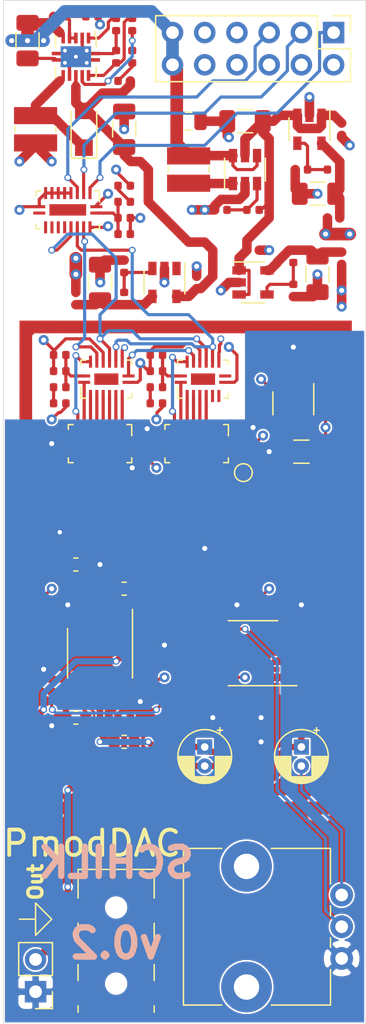
<source format=kicad_pcb>
(kicad_pcb (version 20171130) (host pcbnew "(5.1.5)-3")
  (layers (0 F.Cu signal) (1 In1.Cu signal) (2 In2.Cu signal) (31 B.Cu signal) (34 B.Paste user) (35 F.Paste user) (36 B.SilkS user) (37 F.SilkS user) (38 B.Mask user) (39 F.Mask user) (44 Edge.Cuts user))
  (net 0 "")
  (net 1 GND)
  (net 2 +3V3)
  (net 3 "Net-(C3-Pad2)")
  (net 4 "Net-(C4-Pad2)")
  (net 5 "Net-(C5-Pad2)")
  (net 6 "Net-(C15-Pad1)")
  (net 7 "Net-(C19-Pad1)")
  (net 8 "Net-(C12-Pad2)")
  (net 9 /Vref_5V)
  (net 10 "Net-(C11-Pad1)")
  (net 11 /DI)
  (net 12 "Net-(C17-Pad1)")
  (net 13 "Net-(C18-Pad1)")
  (net 14 "Net-(C20-Pad2)")
  (net 15 "Net-(C23-Pad2)")
  (net 16 "Net-(C23-Pad1)")
  (net 17 "Net-(C24-Pad2)")
  (net 18 +9V)
  (net 19 -5V)
  (net 20 "Net-(C37-Pad1)")
  (net 21 +5V)
  (net 22 "Net-(C44-Pad1)")
  (net 23 "Net-(C45-Pad1)")
  (net 24 "Net-(D1-Pad1)")
  (net 25 "Net-(R2-Pad1)")
  (net 26 "Net-(R3-Pad2)")
  (net 27 "Net-(R5-Pad1)")
  (net 28 "Net-(FB1-Pad2)")
  (net 29 "Net-(R33-Pad1)")
  (net 30 "Net-(R10-Pad1)")
  (net 31 "Net-(R10-Pad2)")
  (net 32 "Net-(R11-Pad2)")
  (net 33 "Net-(R11-Pad1)")
  (net 34 "Net-(R12-Pad2)")
  (net 35 "Net-(R12-Pad1)")
  (net 36 "Net-(R13-Pad2)")
  (net 37 "Net-(R13-Pad1)")
  (net 38 "Net-(R14-Pad2)")
  (net 39 "Net-(R14-Pad1)")
  (net 40 "Net-(R15-Pad2)")
  (net 41 "Net-(R15-Pad1)")
  (net 42 "Net-(R16-Pad2)")
  (net 43 "Net-(R16-Pad1)")
  (net 44 "Net-(R17-Pad2)")
  (net 45 "Net-(R17-Pad1)")
  (net 46 "Net-(R18-Pad2)")
  (net 47 "Net-(R18-Pad1)")
  (net 48 "Net-(R19-Pad2)")
  (net 49 "Net-(R19-Pad1)")
  (net 50 "Net-(R20-Pad2)")
  (net 51 "Net-(R20-Pad1)")
  (net 52 "Net-(R21-Pad2)")
  (net 53 "Net-(R21-Pad1)")
  (net 54 "Net-(R34-Pad2)")
  (net 55 "Net-(R36-Pad1)")
  (net 56 "Net-(FB3-Pad2)")
  (net 57 "Net-(FB4-Pad2)")
  (net 58 "Net-(R71-Pad2)")
  (net 59 "Net-(R71-Pad1)")
  (net 60 "Net-(R72-Pad2)")
  (net 61 "Net-(U1-Pad9)")
  (net 62 "Net-(U1-Pad1)")
  (net 63 "Net-(U1-Pad7)")
  (net 64 "Net-(U1-Pad6)")
  (net 65 "Net-(U1-Pad5)")
  (net 66 "Net-(U1-Pad4)")
  (net 67 "Net-(U1-Pad3)")
  (net 68 "Net-(U1-Pad2)")
  (net 69 "Net-(U1-Pad15)")
  (net 70 "Net-(U2-Pad1)")
  (net 71 "Net-(U2-Pad5)")
  (net 72 "Net-(U2-Pad4)")
  (net 73 "Net-(U2-Pad3)")
  (net 74 "Net-(U2-Pad2)")
  (net 75 "Net-(U2-Pad15)")
  (net 76 "Net-(L1-Pad2)")
  (net 77 GNDA)
  (net 78 "Net-(C16-Pad2)")
  (net 79 "Net-(C21-Pad2)")
  (net 80 /1F)
  (net 81 "Net-(C25-Pad2)")
  (net 82 "Net-(C33-Pad2)")
  (net 83 "Net-(J1-Pad2)")
  (net 84 /DAC_S_3V)
  (net 85 /DAC_C_3V)
  (net 86 /DAC_L_3V)
  (net 87 "Net-(JP1-Pad2)")
  (net 88 "Net-(R38-Pad2)")
  (net 89 "Net-(R40-Pad2)")
  (net 90 /DAC_C)
  (net 91 /DAC_L)
  (net 92 /DAC_S)
  (module Resistor_SMD:R_0402_1005Metric (layer F.Cu) (at -129.54 77.47)
    (fp_text reference R42 hide)
    (fp_text value 1k2)
    (pad 2 smd roundrect (at 0.485 0) (size 0.59 0.64) (layers F.Cu F.Paste F.Mask) (net 15 "Net-(C23-Pad2)"))
    (pad 1 smd roundrect (at -0.485 0) (size 0.59 0.64) (layers F.Cu F.Paste F.Mask) (net 17 "Net-(C24-Pad2)"))
  )
  (module Package_SO:SOIC-8_3.9x4.9mm_P1.27mm (layer F.Cu) (at -115.57 70.485 180)
    (fp_text reference U12 hide)
    (fp_text value OPA1656)
    (pad 8 smd roundrect (at 2.475 -1.905 180) (size 1.95 0.6) (layers F.Cu F.Paste F.Mask) (net 18 +9V))
    (pad 7 smd roundrect (at 2.475 -0.635 180) (size 1.95 0.6) (layers F.Cu F.Paste F.Mask) (net 88 "Net-(R38-Pad2)"))
    (pad 6 smd roundrect (at 2.475 0.635 180) (size 1.95 0.6) (layers F.Cu F.Paste F.Mask) (net 88 "Net-(R38-Pad2)"))
    (pad 5 smd roundrect (at 2.475 1.905 180) (size 1.95 0.6) (layers F.Cu F.Paste F.Mask) (net 89 "Net-(R40-Pad2)"))
    (pad 4 smd roundrect (at -2.475 1.905 180) (size 1.95 0.6) (layers F.Cu F.Paste F.Mask) (net 19 -5V))
    (pad 3 smd roundrect (at -2.475 0.635 180) (size 1.95 0.6) (layers F.Cu F.Paste F.Mask) (net 20 "Net-(C37-Pad1)"))
    (pad 2 smd roundrect (at -2.475 -0.635 180) (size 1.95 0.6) (layers F.Cu F.Paste F.Mask) (net 11 /DI))
    (pad 1 smd roundrect (at -2.475 -1.905 180) (size 1.95 0.6) (layers F.Cu F.Paste F.Mask) (net 11 /DI))
  )
  (module Resistor_SMD:R_0402_1005Metric (layer F.Cu) (at -125.73 75.565 180)
    (fp_text reference R41 hide)
    (fp_text value 1k2)
    (pad 2 smd roundrect (at 0.485 0 180) (size 0.59 0.64) (layers F.Cu F.Paste F.Mask) (net 87 "Net-(JP1-Pad2)"))
    (pad 1 smd roundrect (at -0.485 0 180) (size 0.59 0.64) (layers F.Cu F.Paste F.Mask) (net 15 "Net-(C23-Pad2)"))
  )
  (module Capacitor_SMD:C_0402_1005Metric (layer F.Cu) (at -113.03 66.675 180)
    (fp_text reference C36 hide)
    (fp_text value 0u1)
    (pad 2 smd roundrect (at 0.485 0 180) (size 0.59 0.64) (layers F.Cu F.Paste F.Mask) (net 19 -5V))
    (pad 1 smd roundrect (at -0.485 0 180) (size 0.59 0.64) (layers F.Cu F.Paste F.Mask) (net 77 GNDA))
  )
  (module Capacitor_SMD:C_0402_1005Metric (layer F.Cu) (at -118.11 74.295 180)
    (fp_text reference C35 hide)
    (fp_text value 0u1)
    (pad 2 smd roundrect (at 0.485 0 180) (size 0.59 0.64) (layers F.Cu F.Paste F.Mask) (net 77 GNDA))
    (pad 1 smd roundrect (at -0.485 0 180) (size 0.59 0.64) (layers F.Cu F.Paste F.Mask) (net 18 +9V))
  )
  (module Capacitor_SMD:C_0402_1005Metric (layer F.Cu) (at -115.57 66.675)
    (fp_text reference C29 hide)
    (fp_text value 1u)
    (pad 2 smd roundrect (at 0.485 0) (size 0.59 0.64) (layers F.Cu F.Paste F.Mask) (net 19 -5V))
    (pad 1 smd roundrect (at -0.485 0) (size 0.59 0.64) (layers F.Cu F.Paste F.Mask) (net 77 GNDA))
  )
  (module Capacitor_SMD:C_0402_1005Metric (layer F.Cu) (at -115.57 74.295)
    (fp_text reference C28 hide)
    (fp_text value 1u)
    (pad 2 smd roundrect (at 0.485 0) (size 0.59 0.64) (layers F.Cu F.Paste F.Mask) (net 77 GNDA))
    (pad 1 smd roundrect (at -0.485 0) (size 0.59 0.64) (layers F.Cu F.Paste F.Mask) (net 18 +9V))
  )
  (module Capacitor_SMD:C_0603_1608Metric (layer F.Cu) (at -129.54 75.565)
    (fp_text reference C24 hide)
    (fp_text value "4n7 C0G")
    (pad 2 smd roundrect (at 0.7875 0) (size 0.875 0.95) (layers F.Cu F.Paste F.Mask) (net 17 "Net-(C24-Pad2)"))
    (pad 1 smd roundrect (at -0.7875 0) (size 0.875 0.95) (layers F.Cu F.Paste F.Mask) (net 77 GNDA))
  )
  (module Capacitor_SMD:C_0603_1608Metric (layer F.Cu) (at -125.73 77.47)
    (fp_text reference C23 hide)
    (fp_text value "10n C0G")
    (pad 2 smd roundrect (at 0.7875 0) (size 0.875 0.95) (layers F.Cu F.Paste F.Mask) (net 15 "Net-(C23-Pad2)"))
    (pad 1 smd roundrect (at -0.7875 0) (size 0.875 0.95) (layers F.Cu F.Paste F.Mask) (net 16 "Net-(C23-Pad1)"))
  )
  (module Capacitor_THT:CP_Radial_D4.0mm_P1.50mm (layer F.Cu) (at -111.76 77.875 270)
    (fp_text reference C16 hide)
    (fp_text value 10u)
    (pad 2 thru_hole circle (at 1.5 0 270) (size 1.2 1.2) (drill 0.6) (layers *.Cu *.Mask) (net 78 "Net-(C16-Pad2)"))
    (pad 1 thru_hole rect (at 0 0 270) (size 1.2 1.2) (drill 0.6) (layers *.Cu *.Mask) (net 11 /DI))
  )
  (module Package_SO:SOIC-8_3.9x4.9mm_P1.27mm (layer F.Cu) (at -127.635 70.485 270)
    (fp_text reference U11 hide)
    (fp_text value OPA1656)
    (pad 8 smd roundrect (at 2.475 -1.905 270) (size 1.95 0.6) (layers F.Cu F.Paste F.Mask) (net 18 +9V))
    (pad 7 smd roundrect (at 2.475 -0.635 270) (size 1.95 0.6) (layers F.Cu F.Paste F.Mask) (net 16 "Net-(C23-Pad1)"))
    (pad 6 smd roundrect (at 2.475 0.635 270) (size 1.95 0.6) (layers F.Cu F.Paste F.Mask) (net 16 "Net-(C23-Pad1)"))
    (pad 5 smd roundrect (at 2.475 1.905 270) (size 1.95 0.6) (layers F.Cu F.Paste F.Mask) (net 17 "Net-(C24-Pad2)"))
    (pad 4 smd roundrect (at -2.475 1.905 270) (size 1.95 0.6) (layers F.Cu F.Paste F.Mask) (net 19 -5V))
    (pad 3 smd roundrect (at -2.475 0.635 270) (size 1.95 0.6) (layers F.Cu F.Paste F.Mask) (net 81 "Net-(C25-Pad2)"))
    (pad 2 smd roundrect (at -2.475 -0.635 270) (size 1.95 0.6) (layers F.Cu F.Paste F.Mask) (net 80 /1F))
    (pad 1 smd roundrect (at -2.475 -1.905 270) (size 1.95 0.6) (layers F.Cu F.Paste F.Mask) (net 80 /1F))
  )
  (module Resistor_SMD:R_0402_1005Metric (layer F.Cu) (at -114.935 78.74 90)
    (fp_text reference R44 hide)
    (fp_text value 10k)
    (pad 2 smd roundrect (at 0.485 0 90) (size 0.59 0.64) (layers F.Cu F.Paste F.Mask) (net 77 GNDA))
    (pad 1 smd roundrect (at -0.485 0 90) (size 0.59 0.64) (layers F.Cu F.Paste F.Mask) (net 82 "Net-(C33-Pad2)"))
  )
  (module Resistor_SMD:R_0402_1005Metric (layer F.Cu) (at -131.445 73.025 270)
    (fp_text reference R43 hide)
    (fp_text value DNS)
    (pad 2 smd roundrect (at 0.485 0 270) (size 0.59 0.64) (layers F.Cu F.Paste F.Mask) (net 87 "Net-(JP1-Pad2)"))
    (pad 1 smd roundrect (at -0.485 0 270) (size 0.59 0.64) (layers F.Cu F.Paste F.Mask) (net 77 GNDA))
  )
  (module Potentiometer_THT:Potentiometer_Alps_RK09L_Single_Vertical (layer F.Cu) (at -108.585 89.535 180)
    (fp_text reference R40 hide)
    (fp_text value "50k Log")
    (pad "" np_thru_hole circle (at 7.5 2.25 180) (size 4 4) (drill 2) (layers *.Cu *.Mask))
    (pad "" np_thru_hole circle (at 7.5 -7.25 180) (size 4 4) (drill 2) (layers *.Cu *.Mask))
    (pad 1 thru_hole circle (at 0 0 180) (size 1.8 1.8) (drill 1) (layers *.Cu *.Mask) (net 78 "Net-(C16-Pad2)"))
    (pad 2 thru_hole circle (at 0 -2.5 180) (size 1.8 1.8) (drill 1) (layers *.Cu *.Mask) (net 89 "Net-(R40-Pad2)"))
    (pad 3 thru_hole circle (at 0 -5 180) (size 1.8 1.8) (drill 1) (layers *.Cu *.Mask) (net 77 GNDA))
  )
  (module Resistor_SMD:R_0402_1005Metric (layer F.Cu) (at -129.54 65.405)
    (fp_text reference R39 hide)
    (fp_text value 1k2)
    (pad 2 smd roundrect (at 0.485 0) (size 0.59 0.64) (layers F.Cu F.Paste F.Mask) (net 79 "Net-(C21-Pad2)"))
    (pad 1 smd roundrect (at -0.485 0) (size 0.59 0.64) (layers F.Cu F.Paste F.Mask) (net 81 "Net-(C25-Pad2)"))
  )
  (module Resistor_SMD:R_0402_1005Metric (layer F.Cu) (at -125.73 63.5)
    (fp_text reference R38 hide)
    (fp_text value 1k2)
    (pad 2 smd roundrect (at 0.485 0) (size 0.59 0.64) (layers F.Cu F.Paste F.Mask) (net 88 "Net-(R38-Pad2)"))
    (pad 1 smd roundrect (at -0.485 0) (size 0.59 0.64) (layers F.Cu F.Paste F.Mask) (net 79 "Net-(C21-Pad2)"))
  )
  (module Resistor_SMD:R_0402_1005Metric (layer F.Cu) (at -126.365 80.645 270)
    (fp_text reference JP8 hide)
    (fp_text value Direct)
    (pad 2 smd roundrect (at 0.485 0 270) (size 0.59 0.64) (layers F.Cu F.Paste F.Mask) (net 83 "Net-(J1-Pad2)"))
    (pad 1 smd roundrect (at -0.485 0 270) (size 0.59 0.64) (layers F.Cu F.Paste F.Mask) (net 11 /DI))
  )
  (module Resistor_SMD:R_0402_1005Metric (layer F.Cu) (at -128.905 80.645 270)
    (fp_text reference JP7 hide)
    (fp_text value 1Filter)
    (pad 2 smd roundrect (at 0.485 0 270) (size 0.59 0.64) (layers F.Cu F.Paste F.Mask) (net 83 "Net-(J1-Pad2)"))
    (pad 1 smd roundrect (at -0.485 0 270) (size 0.59 0.64) (layers F.Cu F.Paste F.Mask) (net 80 /1F))
  )
  (module Resistor_SMD:R_0402_1005Metric (layer F.Cu) (at -127.635 80.645 270)
    (fp_text reference JP6 hide)
    (fp_text value Normal)
    (pad 2 smd roundrect (at 0.485 0 270) (size 0.59 0.64) (layers F.Cu F.Paste F.Mask) (net 83 "Net-(J1-Pad2)"))
    (pad 1 smd roundrect (at -0.485 0 270) (size 0.59 0.64) (layers F.Cu F.Paste F.Mask) (net 82 "Net-(C33-Pad2)"))
  )
  (module Resistor_SMD:R_0402_1005Metric (layer F.Cu) (at -116.205 78.74 270)
    (fp_text reference JP5 hide)
    (fp_text value byp)
    (pad 2 smd roundrect (at 0.485 0 270) (size 0.59 0.64) (layers F.Cu F.Paste F.Mask) (net 82 "Net-(C33-Pad2)"))
    (pad 1 smd roundrect (at -0.485 0 270) (size 0.59 0.64) (layers F.Cu F.Paste F.Mask) (net 16 "Net-(C23-Pad1)"))
  )
  (module Resistor_SMD:R_0402_1005Metric (layer F.Cu) (at -123.825 67.945 270)
    (fp_text reference JP1 hide)
    (fp_text value Normal)
    (pad 2 smd roundrect (at 0.485 0 270) (size 0.59 0.64) (layers F.Cu F.Paste F.Mask) (net 87 "Net-(JP1-Pad2)"))
    (pad 1 smd roundrect (at -0.485 0 270) (size 0.59 0.64) (layers F.Cu F.Paste F.Mask) (net 80 /1F))
  )
  (module Jack_3.5mm_PJ-313D-6A:PJ-313D-6A (layer F.Cu) (at -126.365 96.52 180)
    (fp_text reference J4 hide)
    (fp_text value AudioOut)
    (pad T smd rect (at 3.25 5.7 180) (size 1.5 1.5) (layers F.Cu F.Paste F.Mask) (net 83 "Net-(J1-Pad2)"))
    (pad T smd rect (at -3.25 5.7 180) (size 1.5 1.5) (layers F.Cu F.Paste F.Mask) (net 83 "Net-(J1-Pad2)"))
    (pad R smd rect (at 3.25 2.5 180) (size 1.5 1.5) (layers F.Cu F.Paste F.Mask) (net 83 "Net-(J1-Pad2)"))
    (pad R smd rect (at -3.25 2.5 180) (size 1.5 1.5) (layers F.Cu F.Paste F.Mask) (net 83 "Net-(J1-Pad2)"))
    (pad S smd rect (at 3.25 -0.7 180) (size 1.5 1.5) (layers F.Cu F.Paste F.Mask) (net 77 GNDA))
    (pad S smd rect (at -3.25 -0.7 180) (size 1.5 1.5) (layers F.Cu F.Paste F.Mask) (net 77 GNDA))
    (pad "" np_thru_hole circle (at 0 6 180) (size 1.5 1.5) (drill 1.5) (layers *.Cu *.Mask))
    (pad "" np_thru_hole circle (at 0 0 180) (size 1.5 1.5) (drill 1.5) (layers *.Cu *.Mask))
  )
  (module Capacitor_THT:CP_Radial_D4.0mm_P1.50mm (layer F.Cu) (at -119.38 77.875 270)
    (fp_text reference C33 hide)
    (fp_text value 10u)
    (pad 2 thru_hole circle (at 1.5 0 270) (size 1.2 1.2) (drill 0.6) (layers *.Cu *.Mask) (net 82 "Net-(C33-Pad2)"))
    (pad 1 thru_hole rect (at 0 0 270) (size 1.2 1.2) (drill 0.6) (layers *.Cu *.Mask) (net 16 "Net-(C23-Pad1)"))
  )
  (module Capacitor_SMD:C_0402_1005Metric (layer F.Cu) (at -131.445 70.485 90)
    (fp_text reference C32 hide)
    (fp_text value 0u1)
    (pad 2 smd roundrect (at 0.485 0 90) (size 0.59 0.64) (layers F.Cu F.Paste F.Mask) (net 19 -5V))
    (pad 1 smd roundrect (at -0.485 0 90) (size 0.59 0.64) (layers F.Cu F.Paste F.Mask) (net 77 GNDA))
  )
  (module Capacitor_SMD:C_0402_1005Metric (layer F.Cu) (at -123.825 70.485 90)
    (fp_text reference C31 hide)
    (fp_text value 0u1)
    (pad 2 smd roundrect (at 0.485 0 90) (size 0.59 0.64) (layers F.Cu F.Paste F.Mask) (net 77 GNDA))
    (pad 1 smd roundrect (at -0.485 0 90) (size 0.59 0.64) (layers F.Cu F.Paste F.Mask) (net 18 +9V))
  )
  (module Capacitor_SMD:C_0402_1005Metric (layer F.Cu) (at -131.445 67.945 270)
    (fp_text reference C30 hide)
    (fp_text value 1u)
    (pad 2 smd roundrect (at 0.485 0 270) (size 0.59 0.64) (layers F.Cu F.Paste F.Mask) (net 19 -5V))
    (pad 1 smd roundrect (at -0.485 0 270) (size 0.59 0.64) (layers F.Cu F.Paste F.Mask) (net 77 GNDA))
  )
  (module Capacitor_SMD:C_0402_1005Metric (layer F.Cu) (at -123.825 73.025 270)
    (fp_text reference C26 hide)
    (fp_text value 1u)
    (pad 2 smd roundrect (at 0.485 0 270) (size 0.59 0.64) (layers F.Cu F.Paste F.Mask) (net 77 GNDA))
    (pad 1 smd roundrect (at -0.485 0 270) (size 0.59 0.64) (layers F.Cu F.Paste F.Mask) (net 18 +9V))
  )
  (module Capacitor_SMD:C_0603_1608Metric (layer F.Cu) (at -129.54 63.5 180)
    (fp_text reference C25 hide)
    (fp_text value "4n7 C0G")
    (pad 2 smd roundrect (at 0.7875 0 180) (size 0.875 0.95) (layers F.Cu F.Paste F.Mask) (net 81 "Net-(C25-Pad2)"))
    (pad 1 smd roundrect (at -0.7875 0 180) (size 0.875 0.95) (layers F.Cu F.Paste F.Mask) (net 77 GNDA))
  )
  (module Capacitor_SMD:C_0603_1608Metric (layer F.Cu) (at -125.73 65.405 180)
    (fp_text reference C21 hide)
    (fp_text value "10n C0G")
    (pad 2 smd roundrect (at 0.7875 0 180) (size 0.875 0.95) (layers F.Cu F.Paste F.Mask) (net 79 "Net-(C21-Pad2)"))
    (pad 1 smd roundrect (at -0.7875 0 180) (size 0.875 0.95) (layers F.Cu F.Paste F.Mask) (net 80 /1F))
  )
  (module Resistor_SMD:R_0402_1005Metric (layer F.Cu) (at -111.76 32.385 180)
    (fp_text reference R35 hide)
    (fp_text value 15k)
    (pad 2 smd roundrect (at 0.485 0 180) (size 0.59 0.64) (layers F.Cu F.Paste F.Mask) (net 77 GNDA))
    (pad 1 smd roundrect (at -0.485 0 180) (size 0.59 0.64) (layers F.Cu F.Paste F.Mask) (net 54 "Net-(R34-Pad2)"))
  )
  (module Inductor_SMD:L_0402_1005Metric (layer F.Cu) (at -130.81 50.8 180)
    (fp_text reference FB3 hide)
    (fp_text value 1K/100MHz)
    (pad 2 smd roundrect (at 0.485 0 180) (size 0.59 0.64) (layers F.Cu F.Paste F.Mask) (net 56 "Net-(FB3-Pad2)"))
    (pad 1 smd roundrect (at -0.485 0 180) (size 0.59 0.64) (layers F.Cu F.Paste F.Mask) (net 21 +5V))
  )
  (module Resistor_SMD:R_0402_1005Metric (layer F.Cu) (at -116.84 58.42 90)
    (fp_text reference R72 hide)
    (fp_text value "20K 0.1%")
    (pad 2 smd roundrect (at 0.485 0 90) (size 0.59 0.64) (layers F.Cu F.Paste F.Mask) (net 60 "Net-(R72-Pad2)"))
    (pad 1 smd roundrect (at -0.485 0 90) (size 0.59 0.64) (layers F.Cu F.Paste F.Mask) (net 20 "Net-(C37-Pad1)"))
  )
  (module SOT764-1_DHVQFN20:SOT764-1_DHVQFN20 (layer F.Cu) (at -130.175 35.56 180)
    (fp_text reference U20 hide)
    (fp_text value 74AHCT541BQ,115)
    (pad 21 smd rect (at 0 0) (size 2.9 0.9) (layers F.Cu F.Mask))
    (pad 11 smd rect (at 2.25 -0.25 90) (size 0.24 0.95) (layers F.Cu F.Paste F.Mask))
    (pad 10 smd rect (at 2.25 0.25 90) (size 0.24 0.95) (layers F.Cu F.Paste F.Mask) (net 1 GND))
    (pad 20 smd rect (at -2.25 -0.25 90) (size 0.24 0.95) (layers F.Cu F.Paste F.Mask) (net 23 "Net-(C45-Pad1)"))
    (pad 1 smd rect (at -2.25 0.25 90) (size 0.24 0.95) (layers F.Cu F.Paste F.Mask) (net 1 GND))
    (pad 9 smd rect (at 1.75 1.325) (size 0.24 0.95) (layers F.Cu F.Paste F.Mask) (net 1 GND))
    (pad 8 smd rect (at 1.25 1.325) (size 0.24 0.95) (layers F.Cu F.Paste F.Mask) (net 1 GND))
    (pad 7 smd rect (at 0.75 1.325) (size 0.24 0.95) (layers F.Cu F.Paste F.Mask) (net 1 GND))
    (pad 6 smd rect (at 0.25 1.325) (size 0.24 0.95) (layers F.Cu F.Paste F.Mask) (net 1 GND))
    (pad 5 smd rect (at -0.25 1.325) (size 0.24 0.95) (layers F.Cu F.Paste F.Mask) (net 1 GND))
    (pad 4 smd rect (at -0.75 1.325) (size 0.24 0.95) (layers F.Cu F.Paste F.Mask) (net 84 /DAC_S_3V))
    (pad 3 smd rect (at -1.25 1.325) (size 0.24 0.95) (layers F.Cu F.Paste F.Mask) (net 85 /DAC_C_3V))
    (pad 2 smd rect (at -1.75 1.325) (size 0.24 0.95) (layers F.Cu F.Paste F.Mask) (net 86 /DAC_L_3V))
    (pad 12 smd rect (at 1.75 -1.375) (size 0.24 0.95) (layers F.Cu F.Paste F.Mask))
    (pad 13 smd rect (at 1.25 -1.375) (size 0.24 0.95) (layers F.Cu F.Paste F.Mask))
    (pad 14 smd rect (at 0.75 -1.375) (size 0.24 0.95) (layers F.Cu F.Paste F.Mask))
    (pad 15 smd rect (at 0.25 -1.375) (size 0.24 0.95) (layers F.Cu F.Paste F.Mask))
    (pad 16 smd rect (at -0.25 -1.375) (size 0.24 0.95) (layers F.Cu F.Paste F.Mask) (net 91 /DAC_L))
    (pad 17 smd rect (at -0.75 -1.375) (size 0.24 0.95) (layers F.Cu F.Paste F.Mask) (net 90 /DAC_C))
    (pad 18 smd rect (at -1.25 -1.375) (size 0.24 0.95) (layers F.Cu F.Paste F.Mask) (net 92 /DAC_S))
    (pad 19 smd rect (at -1.75 -1.375) (size 0.24 0.95) (layers F.Cu F.Paste F.Mask) (net 1 GND))
  )
  (module Package_TO_SOT_SMD:SOT-23-5 (layer F.Cu) (at -122.555 41.275 270)
    (fp_text reference U10 hide)
    (fp_text value MIC5270BM5)
    (pad 5 smd rect (at 1.1 -0.95 270) (size 1.06 0.65) (layers F.Cu F.Paste F.Mask) (net 10 "Net-(C11-Pad1)"))
    (pad 4 smd rect (at 1.1 0.95 270) (size 1.06 0.65) (layers F.Cu F.Paste F.Mask) (net 14 "Net-(C20-Pad2)"))
    (pad 3 smd rect (at -1.1 0.95 270) (size 1.06 0.65) (layers F.Cu F.Paste F.Mask) (net 55 "Net-(R36-Pad1)"))
    (pad 2 smd rect (at -1.1 0 270) (size 1.06 0.65) (layers F.Cu F.Paste F.Mask) (net 77 GNDA))
    (pad 1 smd rect (at -1.1 -0.95 270) (size 1.06 0.65) (layers F.Cu F.Paste F.Mask))
  )
  (module Package_TO_SOT_SMD:SOT-23-5 (layer F.Cu) (at -111.125 29.21 270)
    (fp_text reference U9 hide)
    (fp_text value LDK320AM-R)
    (pad 5 smd rect (at 1.1 -0.95 270) (size 1.06 0.65) (layers F.Cu F.Paste F.Mask) (net 13 "Net-(C18-Pad1)"))
    (pad 4 smd rect (at 1.1 0.95 270) (size 1.06 0.65) (layers F.Cu F.Paste F.Mask) (net 54 "Net-(R34-Pad2)"))
    (pad 3 smd rect (at -1.1 0.95 270) (size 1.06 0.65) (layers F.Cu F.Paste F.Mask) (net 8 "Net-(C12-Pad2)"))
    (pad 2 smd rect (at -1.1 0 270) (size 1.06 0.65) (layers F.Cu F.Paste F.Mask) (net 77 GNDA))
    (pad 1 smd rect (at -1.1 -0.95 270) (size 1.06 0.65) (layers F.Cu F.Paste F.Mask) (net 8 "Net-(C12-Pad2)"))
  )
  (module Package_TO_SOT_SMD:SOT-23-5 (layer F.Cu) (at -115.57 41.275)
    (fp_text reference U8 hide)
    (fp_text value LDK320AM-R)
    (pad 5 smd rect (at 1.1 -0.95) (size 1.06 0.65) (layers F.Cu F.Paste F.Mask) (net 12 "Net-(C17-Pad1)"))
    (pad 4 smd rect (at 1.1 0.95) (size 1.06 0.65) (layers F.Cu F.Paste F.Mask) (net 29 "Net-(R33-Pad1)"))
    (pad 3 smd rect (at -1.1 0.95) (size 1.06 0.65) (layers F.Cu F.Paste F.Mask) (net 8 "Net-(C12-Pad2)"))
    (pad 2 smd rect (at -1.1 0) (size 1.06 0.65) (layers F.Cu F.Paste F.Mask) (net 77 GNDA))
    (pad 1 smd rect (at -1.1 -0.95) (size 1.06 0.65) (layers F.Cu F.Paste F.Mask) (net 8 "Net-(C12-Pad2)"))
  )
  (module Package_TO_SOT_SMD:SOT-23-6 (layer F.Cu) (at -112.394999 50.8 270)
    (fp_text reference U7 hide)
    (fp_text value REF3450)
    (pad 5 smd rect (at 1.1 0 270) (size 1.06 0.65) (layers F.Cu F.Paste F.Mask) (net 22 "Net-(C44-Pad1)"))
    (pad 6 smd rect (at 1.1 -0.95 270) (size 1.06 0.65) (layers F.Cu F.Paste F.Mask) (net 22 "Net-(C44-Pad1)"))
    (pad 4 smd rect (at 1.1 0.95 270) (size 1.06 0.65) (layers F.Cu F.Paste F.Mask) (net 18 +9V))
    (pad 3 smd rect (at -1.1 0.95 270) (size 1.06 0.65) (layers F.Cu F.Paste F.Mask) (net 18 +9V))
    (pad 2 smd rect (at -1.1 0 270) (size 1.06 0.65) (layers F.Cu F.Paste F.Mask) (net 77 GNDA))
    (pad 1 smd rect (at -1.1 -0.95 270) (size 1.06 0.65) (layers F.Cu F.Paste F.Mask) (net 77 GNDA))
  )
  (module SOT764-1_DHVQFN20:SOT764-1_DHVQFN20 (layer F.Cu) (at -120.015 53.975 180)
    (fp_text reference U6 hide)
    (fp_text value 74AHCV541ABQ)
    (pad 21 smd rect (at 0 0) (size 2.9 0.9) (layers F.Cu F.Mask))
    (pad 11 smd rect (at 2.25 -0.25 90) (size 0.24 0.95) (layers F.Cu F.Paste F.Mask) (net 46 "Net-(R18-Pad2)"))
    (pad 10 smd rect (at 2.25 0.25 90) (size 0.24 0.95) (layers F.Cu F.Paste F.Mask) (net 77 GNDA))
    (pad 20 smd rect (at -2.25 -0.25 90) (size 0.24 0.95) (layers F.Cu F.Paste F.Mask) (net 9 /Vref_5V))
    (pad 1 smd rect (at -2.25 0.25 90) (size 0.24 0.95) (layers F.Cu F.Paste F.Mask) (net 77 GNDA))
    (pad 9 smd rect (at 1.75 1.325) (size 0.24 0.95) (layers F.Cu F.Paste F.Mask) (net 75 "Net-(U2-Pad15)"))
    (pad 8 smd rect (at 1.25 1.325) (size 0.24 0.95) (layers F.Cu F.Paste F.Mask) (net 70 "Net-(U2-Pad1)"))
    (pad 7 smd rect (at 0.75 1.325) (size 0.24 0.95) (layers F.Cu F.Paste F.Mask) (net 74 "Net-(U2-Pad2)"))
    (pad 6 smd rect (at 0.25 1.325) (size 0.24 0.95) (layers F.Cu F.Paste F.Mask) (net 73 "Net-(U2-Pad3)"))
    (pad 5 smd rect (at -0.25 1.325) (size 0.24 0.95) (layers F.Cu F.Paste F.Mask) (net 72 "Net-(U2-Pad4)"))
    (pad 4 smd rect (at -0.75 1.325) (size 0.24 0.95) (layers F.Cu F.Paste F.Mask) (net 71 "Net-(U2-Pad5)"))
    (pad 3 smd rect (at -1.25 1.325) (size 0.24 0.95) (layers F.Cu F.Paste F.Mask) (net 77 GNDA))
    (pad 2 smd rect (at -1.75 1.325) (size 0.24 0.95) (layers F.Cu F.Paste F.Mask) (net 77 GNDA))
    (pad 12 smd rect (at 1.75 -1.375) (size 0.24 0.95) (layers F.Cu F.Paste F.Mask) (net 48 "Net-(R19-Pad2)"))
    (pad 13 smd rect (at 1.25 -1.375) (size 0.24 0.95) (layers F.Cu F.Paste F.Mask) (net 50 "Net-(R20-Pad2)"))
    (pad 14 smd rect (at 0.75 -1.375) (size 0.24 0.95) (layers F.Cu F.Paste F.Mask) (net 52 "Net-(R21-Pad2)"))
    (pad 15 smd rect (at 0.25 -1.375) (size 0.24 0.95) (layers F.Cu F.Paste F.Mask) (net 58 "Net-(R71-Pad2)"))
    (pad 16 smd rect (at -0.25 -1.375) (size 0.24 0.95) (layers F.Cu F.Paste F.Mask) (net 60 "Net-(R72-Pad2)"))
    (pad 17 smd rect (at -0.75 -1.375) (size 0.24 0.95) (layers F.Cu F.Paste F.Mask))
    (pad 18 smd rect (at -1.25 -1.375) (size 0.24 0.95) (layers F.Cu F.Paste F.Mask))
    (pad 19 smd rect (at -1.75 -1.375) (size 0.24 0.95) (layers F.Cu F.Paste F.Mask) (net 77 GNDA))
  )
  (module SOT764-1_DHVQFN20:SOT764-1_DHVQFN20 (layer F.Cu) (at -127.635 53.975 180)
    (fp_text reference U5 hide)
    (fp_text value 74AHCV541ABQ)
    (pad 21 smd rect (at 0 0) (size 2.9 0.9) (layers F.Cu F.Mask))
    (pad 11 smd rect (at 2.25 -0.25 90) (size 0.24 0.95) (layers F.Cu F.Paste F.Mask) (net 31 "Net-(R10-Pad2)"))
    (pad 10 smd rect (at 2.25 0.25 90) (size 0.24 0.95) (layers F.Cu F.Paste F.Mask) (net 77 GNDA))
    (pad 20 smd rect (at -2.25 -0.25 90) (size 0.24 0.95) (layers F.Cu F.Paste F.Mask) (net 9 /Vref_5V))
    (pad 1 smd rect (at -2.25 0.25 90) (size 0.24 0.95) (layers F.Cu F.Paste F.Mask) (net 77 GNDA))
    (pad 9 smd rect (at 1.75 1.325) (size 0.24 0.95) (layers F.Cu F.Paste F.Mask) (net 69 "Net-(U1-Pad15)"))
    (pad 8 smd rect (at 1.25 1.325) (size 0.24 0.95) (layers F.Cu F.Paste F.Mask) (net 62 "Net-(U1-Pad1)"))
    (pad 7 smd rect (at 0.75 1.325) (size 0.24 0.95) (layers F.Cu F.Paste F.Mask) (net 68 "Net-(U1-Pad2)"))
    (pad 6 smd rect (at 0.25 1.325) (size 0.24 0.95) (layers F.Cu F.Paste F.Mask) (net 67 "Net-(U1-Pad3)"))
    (pad 5 smd rect (at -0.25 1.325) (size 0.24 0.95) (layers F.Cu F.Paste F.Mask) (net 66 "Net-(U1-Pad4)"))
    (pad 4 smd rect (at -0.75 1.325) (size 0.24 0.95) (layers F.Cu F.Paste F.Mask) (net 65 "Net-(U1-Pad5)"))
    (pad 3 smd rect (at -1.25 1.325) (size 0.24 0.95) (layers F.Cu F.Paste F.Mask) (net 64 "Net-(U1-Pad6)"))
    (pad 2 smd rect (at -1.75 1.325) (size 0.24 0.95) (layers F.Cu F.Paste F.Mask) (net 63 "Net-(U1-Pad7)"))
    (pad 12 smd rect (at 1.75 -1.375) (size 0.24 0.95) (layers F.Cu F.Paste F.Mask) (net 32 "Net-(R11-Pad2)"))
    (pad 13 smd rect (at 1.25 -1.375) (size 0.24 0.95) (layers F.Cu F.Paste F.Mask) (net 34 "Net-(R12-Pad2)"))
    (pad 14 smd rect (at 0.75 -1.375) (size 0.24 0.95) (layers F.Cu F.Paste F.Mask) (net 36 "Net-(R13-Pad2)"))
    (pad 15 smd rect (at 0.25 -1.375) (size 0.24 0.95) (layers F.Cu F.Paste F.Mask) (net 38 "Net-(R14-Pad2)"))
    (pad 16 smd rect (at -0.25 -1.375) (size 0.24 0.95) (layers F.Cu F.Paste F.Mask) (net 40 "Net-(R15-Pad2)"))
    (pad 17 smd rect (at -0.75 -1.375) (size 0.24 0.95) (layers F.Cu F.Paste F.Mask) (net 42 "Net-(R16-Pad2)"))
    (pad 18 smd rect (at -1.25 -1.375) (size 0.24 0.95) (layers F.Cu F.Paste F.Mask) (net 44 "Net-(R17-Pad2)"))
    (pad 19 smd rect (at -1.75 -1.375) (size 0.24 0.95) (layers F.Cu F.Paste F.Mask) (net 77 GNDA))
  )
  (module Package_SON:VSON-10-1EP_3x3mm_P0.5mm_EP1.65x2.4mm_ThermalVias (layer F.Cu) (at -129.54 23.495 270)
    (fp_text reference U4 hide)
    (fp_text value TPS63700)
    (pad 11 smd rect (at 0 0 270) (size 1.65 2.4) (layers B.Cu) (net 1 GND))
    (pad 11 thru_hole circle (at 0 0 270) (size 0.6 0.6) (drill 0.3) (layers *.Cu) (net 1 GND))
    (pad 11 thru_hole circle (at 0.48 0.86 270) (size 0.6 0.6) (drill 0.3) (layers *.Cu) (net 1 GND))
    (pad 11 thru_hole circle (at 0.48 -0.86 270) (size 0.6 0.6) (drill 0.3) (layers *.Cu) (net 1 GND))
    (pad 11 thru_hole circle (at -0.48 0.86 270) (size 0.6 0.6) (drill 0.3) (layers *.Cu) (net 1 GND))
    (pad 11 thru_hole circle (at -0.48 -0.86 270) (size 0.6 0.6) (drill 0.3) (layers *.Cu) (net 1 GND))
    (pad 11 smd rect (at 0.25 1.55 270) (size 0.28 0.7) (layers F.Cu F.Paste F.Mask) (net 1 GND))
    (pad 11 smd rect (at 0.25 -1.55 270) (size 0.28 0.7) (layers F.Cu F.Paste F.Mask) (net 1 GND))
    (pad 11 smd rect (at -0.25 1.55 270) (size 0.28 0.7) (layers F.Cu F.Paste F.Mask) (net 1 GND))
    (pad 11 smd rect (at -0.25 -1.55 270) (size 0.28 0.7) (layers F.Cu F.Paste F.Mask) (net 1 GND))
    (pad 11 smd rect (at 0 0 270) (size 1.65 2.4) (layers F.Cu F.Mask) (net 1 GND))
    (pad 10 smd rect (at 1.475 -1 270) (size 0.85 0.28) (layers F.Cu F.Paste F.Mask) (net 5 "Net-(C5-Pad2)"))
    (pad 9 smd rect (at 1.475 -0.5 270) (size 0.85 0.28) (layers F.Cu F.Paste F.Mask) (net 25 "Net-(R2-Pad1)"))
    (pad 8 smd rect (at 1.475 0 270) (size 0.85 0.28) (layers F.Cu F.Paste F.Mask) (net 10 "Net-(C11-Pad1)"))
    (pad 7 smd rect (at 1.475 0.5 270) (size 0.85 0.28) (layers F.Cu F.Paste F.Mask) (net 1 GND))
    (pad 6 smd rect (at 1.475 1 270) (size 0.85 0.28) (layers F.Cu F.Paste F.Mask) (net 24 "Net-(D1-Pad1)"))
    (pad 5 smd rect (at -1.475 1 270) (size 0.85 0.28) (layers F.Cu F.Paste F.Mask) (net 2 +3V3))
    (pad 4 smd rect (at -1.475 0.5 270) (size 0.85 0.28) (layers F.Cu F.Paste F.Mask) (net 3 "Net-(C3-Pad2)"))
    (pad 3 smd rect (at -1.475 0 270) (size 0.85 0.28) (layers F.Cu F.Paste F.Mask) (net 3 "Net-(C3-Pad2)"))
    (pad 2 smd rect (at -1.475 -0.5 270) (size 0.85 0.28) (layers F.Cu F.Paste F.Mask) (net 1 GND))
    (pad 1 smd rect (at -1.475 -1 270) (size 0.85 0.28) (layers F.Cu F.Paste F.Mask) (net 4 "Net-(C4-Pad2)"))
  )
  (module Package_TO_SOT_SMD:SOT-23-6 (layer F.Cu) (at -116.205 32.385 90)
    (fp_text reference U3 hide)
    (fp_text value TLV61046ADB)
    (pad 5 smd rect (at 1.1 0 90) (size 1.06 0.65) (layers F.Cu F.Paste F.Mask) (net 8 "Net-(C12-Pad2)"))
    (pad 6 smd rect (at 1.1 -0.95 90) (size 1.06 0.65) (layers F.Cu F.Paste F.Mask) (net 2 +3V3))
    (pad 4 smd rect (at 1.1 0.95 90) (size 1.06 0.65) (layers F.Cu F.Paste F.Mask) (net 2 +3V3))
    (pad 3 smd rect (at -1.1 0.95 90) (size 1.06 0.65) (layers F.Cu F.Paste F.Mask) (net 26 "Net-(R3-Pad2)"))
    (pad 2 smd rect (at -1.1 0 90) (size 1.06 0.65) (layers F.Cu F.Paste F.Mask) (net 1 GND))
    (pad 1 smd rect (at -1.1 -0.95 90) (size 1.06 0.65) (layers F.Cu F.Paste F.Mask) (net 76 "Net-(L1-Pad2)"))
  )
  (module SOT763-1_DHVQFN16:SOT763-1_DHVQFN16 (layer F.Cu) (at -119.515 48.895)
    (fp_text reference U2 hide)
    (fp_text value 74VHC595BQ,115)
    (pad 17 smd rect (at 0 0 180) (size 1.9 0.9) (layers F.Cu F.Mask))
    (pad 9 smd rect (at 1.75 -0.25 270) (size 0.24 0.95) (layers F.Cu F.Paste F.Mask))
    (pad 8 smd rect (at 1.75 0.25 270) (size 0.24 0.95) (layers F.Cu F.Paste F.Mask) (net 1 GND))
    (pad 16 smd rect (at -1.75 -0.25 270) (size 0.24 0.95) (layers F.Cu F.Paste F.Mask) (net 7 "Net-(C19-Pad1)"))
    (pad 1 smd rect (at -1.75 0.25 270) (size 0.24 0.95) (layers F.Cu F.Paste F.Mask) (net 70 "Net-(U2-Pad1)"))
    (pad 7 smd rect (at 1.25 1.325 180) (size 0.24 0.95) (layers F.Cu F.Paste F.Mask))
    (pad 6 smd rect (at 0.75 1.325 180) (size 0.24 0.95) (layers F.Cu F.Paste F.Mask))
    (pad 5 smd rect (at 0.25 1.325 180) (size 0.24 0.95) (layers F.Cu F.Paste F.Mask) (net 71 "Net-(U2-Pad5)"))
    (pad 4 smd rect (at -0.25 1.325 180) (size 0.24 0.95) (layers F.Cu F.Paste F.Mask) (net 72 "Net-(U2-Pad4)"))
    (pad 3 smd rect (at -0.75 1.325 180) (size 0.24 0.95) (layers F.Cu F.Paste F.Mask) (net 73 "Net-(U2-Pad3)"))
    (pad 2 smd rect (at -1.25 1.325 180) (size 0.24 0.95) (layers F.Cu F.Paste F.Mask) (net 74 "Net-(U2-Pad2)"))
    (pad 10 smd rect (at 1.25 -1.375 180) (size 0.24 0.95) (layers F.Cu F.Paste F.Mask) (net 21 +5V))
    (pad 11 smd rect (at 0.75 -1.375 180) (size 0.24 0.95) (layers F.Cu F.Paste F.Mask) (net 90 /DAC_C))
    (pad 12 smd rect (at 0.25 -1.375 180) (size 0.24 0.95) (layers F.Cu F.Paste F.Mask) (net 91 /DAC_L))
    (pad 13 smd rect (at -0.25 -1.375 180) (size 0.24 0.95) (layers F.Cu F.Paste F.Mask) (net 1 GND))
    (pad 14 smd rect (at -0.75 -1.375 180) (size 0.24 0.95) (layers F.Cu F.Paste F.Mask) (net 61 "Net-(U1-Pad9)"))
    (pad 15 smd rect (at -1.25 -1.375 180) (size 0.24 0.95) (layers F.Cu F.Paste F.Mask) (net 75 "Net-(U2-Pad15)"))
  )
  (module SOT763-1_DHVQFN16:SOT763-1_DHVQFN16 (layer F.Cu) (at -127.135 48.895)
    (fp_text reference U1 hide)
    (fp_text value 74VHC595BQ,115)
    (pad 17 smd rect (at 0 0 180) (size 1.9 0.9) (layers F.Cu F.Mask))
    (pad 9 smd rect (at 1.75 -0.25 270) (size 0.24 0.95) (layers F.Cu F.Paste F.Mask) (net 61 "Net-(U1-Pad9)"))
    (pad 8 smd rect (at 1.75 0.25 270) (size 0.24 0.95) (layers F.Cu F.Paste F.Mask) (net 1 GND))
    (pad 16 smd rect (at -1.75 -0.25 270) (size 0.24 0.95) (layers F.Cu F.Paste F.Mask) (net 6 "Net-(C15-Pad1)"))
    (pad 1 smd rect (at -1.75 0.25 270) (size 0.24 0.95) (layers F.Cu F.Paste F.Mask) (net 62 "Net-(U1-Pad1)"))
    (pad 7 smd rect (at 1.25 1.325 180) (size 0.24 0.95) (layers F.Cu F.Paste F.Mask) (net 63 "Net-(U1-Pad7)"))
    (pad 6 smd rect (at 0.75 1.325 180) (size 0.24 0.95) (layers F.Cu F.Paste F.Mask) (net 64 "Net-(U1-Pad6)"))
    (pad 5 smd rect (at 0.25 1.325 180) (size 0.24 0.95) (layers F.Cu F.Paste F.Mask) (net 65 "Net-(U1-Pad5)"))
    (pad 4 smd rect (at -0.25 1.325 180) (size 0.24 0.95) (layers F.Cu F.Paste F.Mask) (net 66 "Net-(U1-Pad4)"))
    (pad 3 smd rect (at -0.75 1.325 180) (size 0.24 0.95) (layers F.Cu F.Paste F.Mask) (net 67 "Net-(U1-Pad3)"))
    (pad 2 smd rect (at -1.25 1.325 180) (size 0.24 0.95) (layers F.Cu F.Paste F.Mask) (net 68 "Net-(U1-Pad2)"))
    (pad 10 smd rect (at 1.25 -1.375 180) (size 0.24 0.95) (layers F.Cu F.Paste F.Mask) (net 21 +5V))
    (pad 11 smd rect (at 0.75 -1.375 180) (size 0.24 0.95) (layers F.Cu F.Paste F.Mask) (net 90 /DAC_C))
    (pad 12 smd rect (at 0.25 -1.375 180) (size 0.24 0.95) (layers F.Cu F.Paste F.Mask) (net 91 /DAC_L))
    (pad 13 smd rect (at -0.25 -1.375 180) (size 0.24 0.95) (layers F.Cu F.Paste F.Mask) (net 1 GND))
    (pad 14 smd rect (at -0.75 -1.375 180) (size 0.24 0.95) (layers F.Cu F.Paste F.Mask) (net 92 /DAC_S))
    (pad 15 smd rect (at -1.25 -1.375 180) (size 0.24 0.95) (layers F.Cu F.Paste F.Mask) (net 69 "Net-(U1-Pad15)"))
  )
  (module TestPoint:TestPoint_Pad_D1.0mm (layer F.Cu) (at -116.332 56.261 270)
    (fp_text reference TP5 hide)
    (fp_text value DAC)
    (pad 1 smd circle (at 0 0 270) (size 1 1) (layers F.Cu F.Mask) (net 20 "Net-(C37-Pad1)"))
  )
  (module Resistor_SMD:R_0402_1005Metric (layer F.Cu) (at -116.84 60.452 90)
    (fp_text reference R74 hide)
    (fp_text value "10K 0.1%")
    (pad 2 smd roundrect (at 0.485 0 90) (size 0.59 0.64) (layers F.Cu F.Paste F.Mask) (net 20 "Net-(C37-Pad1)"))
    (pad 1 smd roundrect (at -0.485 0 90) (size 0.59 0.64) (layers F.Cu F.Paste F.Mask) (net 59 "Net-(R71-Pad1)"))
  )
  (module Resistor_SMD:R_0402_1005Metric (layer F.Cu) (at -117.856 60.452 90)
    (fp_text reference R73 hide)
    (fp_text value "10K 0.1%")
    (pad 2 smd roundrect (at 0.485 0 90) (size 0.59 0.64) (layers F.Cu F.Paste F.Mask) (net 59 "Net-(R71-Pad1)"))
    (pad 1 smd roundrect (at -0.485 0 90) (size 0.59 0.64) (layers F.Cu F.Paste F.Mask) (net 53 "Net-(R21-Pad1)"))
  )
  (module Resistor_SMD:R_0402_1005Metric (layer F.Cu) (at -117.856 58.42 90)
    (fp_text reference R71 hide)
    (fp_text value "20K 0.1%")
    (pad 2 smd roundrect (at 0.485 0 90) (size 0.59 0.64) (layers F.Cu F.Paste F.Mask) (net 58 "Net-(R71-Pad2)"))
    (pad 1 smd roundrect (at -0.485 0 90) (size 0.59 0.64) (layers F.Cu F.Paste F.Mask) (net 59 "Net-(R71-Pad1)"))
  )
  (module Resistor_SMD:R_0402_1005Metric (layer F.Cu) (at -123.19 49.53)
    (fp_text reference R68 hide)
    (fp_text value 100R)
    (pad 2 smd roundrect (at 0.485 0) (size 0.59 0.64) (layers F.Cu F.Paste F.Mask) (net 7 "Net-(C19-Pad1)"))
    (pad 1 smd roundrect (at -0.485 0) (size 0.59 0.64) (layers F.Cu F.Paste F.Mask) (net 57 "Net-(FB4-Pad2)"))
  )
  (module Resistor_SMD:R_0402_1005Metric (layer F.Cu) (at -130.81 49.53)
    (fp_text reference R67 hide)
    (fp_text value 100R)
    (pad 2 smd roundrect (at 0.485 0) (size 0.59 0.64) (layers F.Cu F.Paste F.Mask) (net 6 "Net-(C15-Pad1)"))
    (pad 1 smd roundrect (at -0.485 0) (size 0.59 0.64) (layers F.Cu F.Paste F.Mask) (net 56 "Net-(FB3-Pad2)"))
  )
  (module Resistor_SMD:R_0402_1005Metric (layer F.Cu) (at -125.73 42.545 90)
    (fp_text reference R37 hide)
    (fp_text value 47k)
    (pad 2 smd roundrect (at 0.485 0 90) (size 0.59 0.64) (layers F.Cu F.Paste F.Mask) (net 55 "Net-(R36-Pad1)"))
    (pad 1 smd roundrect (at -0.485 0 90) (size 0.59 0.64) (layers F.Cu F.Paste F.Mask) (net 14 "Net-(C20-Pad2)"))
  )
  (module Resistor_SMD:R_0402_1005Metric (layer F.Cu) (at -125.73 40.005 90)
    (fp_text reference R36 hide)
    (fp_text value 15k)
    (pad 2 smd roundrect (at 0.485 0 90) (size 0.59 0.64) (layers F.Cu F.Paste F.Mask) (net 77 GNDA))
    (pad 1 smd roundrect (at -0.485 0 90) (size 0.59 0.64) (layers F.Cu F.Paste F.Mask) (net 55 "Net-(R36-Pad1)"))
  )
  (module Resistor_SMD:R_0402_1005Metric (layer F.Cu) (at -109.22 32.385 180)
    (fp_text reference R34 hide)
    (fp_text value 47k)
    (pad 2 smd roundrect (at 0.485 0 180) (size 0.59 0.64) (layers F.Cu F.Paste F.Mask) (net 54 "Net-(R34-Pad2)"))
    (pad 1 smd roundrect (at -0.485 0 180) (size 0.59 0.64) (layers F.Cu F.Paste F.Mask) (net 13 "Net-(C18-Pad1)"))
  )
  (module Resistor_SMD:R_0402_1005Metric (layer F.Cu) (at -112.395 41.91 270)
    (fp_text reference R33 hide)
    (fp_text value 15k)
    (pad 2 smd roundrect (at 0.485 0 270) (size 0.59 0.64) (layers F.Cu F.Paste F.Mask) (net 77 GNDA))
    (pad 1 smd roundrect (at -0.485 0 270) (size 0.59 0.64) (layers F.Cu F.Paste F.Mask) (net 29 "Net-(R33-Pad1)"))
  )
  (module Resistor_SMD:R_0402_1005Metric (layer F.Cu) (at -118.872 60.452 90)
    (fp_text reference R32 hide)
    (fp_text value "10K 0.1%")
    (pad 2 smd roundrect (at 0.485 0 90) (size 0.59 0.64) (layers F.Cu F.Paste F.Mask) (net 53 "Net-(R21-Pad1)"))
    (pad 1 smd roundrect (at -0.485 0 90) (size 0.59 0.64) (layers F.Cu F.Paste F.Mask) (net 51 "Net-(R20-Pad1)"))
  )
  (module Resistor_SMD:R_0402_1005Metric (layer F.Cu) (at -119.888 60.452 90)
    (fp_text reference R31 hide)
    (fp_text value "10K 0.1%")
    (pad 2 smd roundrect (at 0.485 0 90) (size 0.59 0.64) (layers F.Cu F.Paste F.Mask) (net 51 "Net-(R20-Pad1)"))
    (pad 1 smd roundrect (at -0.485 0 90) (size 0.59 0.64) (layers F.Cu F.Paste F.Mask) (net 49 "Net-(R19-Pad1)"))
  )
  (module Resistor_SMD:R_0402_1005Metric (layer F.Cu) (at -120.904 60.452 90)
    (fp_text reference R30 hide)
    (fp_text value "10K 0.1%")
    (pad 2 smd roundrect (at 0.485 0 90) (size 0.59 0.64) (layers F.Cu F.Paste F.Mask) (net 49 "Net-(R19-Pad1)"))
    (pad 1 smd roundrect (at -0.485 0 90) (size 0.59 0.64) (layers F.Cu F.Paste F.Mask) (net 47 "Net-(R18-Pad1)"))
  )
  (module Resistor_SMD:R_0402_1005Metric (layer F.Cu) (at -121.92 60.452 90)
    (fp_text reference R29 hide)
    (fp_text value "10K 0.1%")
    (pad 2 smd roundrect (at 0.485 0 90) (size 0.59 0.64) (layers F.Cu F.Paste F.Mask) (net 47 "Net-(R18-Pad1)"))
    (pad 1 smd roundrect (at -0.485 0 90) (size 0.59 0.64) (layers F.Cu F.Paste F.Mask) (net 45 "Net-(R17-Pad1)"))
  )
  (module Resistor_SMD:R_0402_1005Metric (layer F.Cu) (at -122.936 60.452 90)
    (fp_text reference R28 hide)
    (fp_text value "10K 0.1%")
    (pad 2 smd roundrect (at 0.485 0 90) (size 0.59 0.64) (layers F.Cu F.Paste F.Mask) (net 45 "Net-(R17-Pad1)"))
    (pad 1 smd roundrect (at -0.485 0 90) (size 0.59 0.64) (layers F.Cu F.Paste F.Mask) (net 43 "Net-(R16-Pad1)"))
  )
  (module Resistor_SMD:R_0402_1005Metric (layer F.Cu) (at -123.952 60.452 90)
    (fp_text reference R27 hide)
    (fp_text value "10K 0.1%")
    (pad 2 smd roundrect (at 0.485 0 90) (size 0.59 0.64) (layers F.Cu F.Paste F.Mask) (net 43 "Net-(R16-Pad1)"))
    (pad 1 smd roundrect (at -0.485 0 90) (size 0.59 0.64) (layers F.Cu F.Paste F.Mask) (net 41 "Net-(R15-Pad1)"))
  )
  (module Resistor_SMD:R_0402_1005Metric (layer F.Cu) (at -124.968 60.452 90)
    (fp_text reference R26 hide)
    (fp_text value "10K 0.1%")
    (pad 2 smd roundrect (at 0.485 0 90) (size 0.59 0.64) (layers F.Cu F.Paste F.Mask) (net 41 "Net-(R15-Pad1)"))
    (pad 1 smd roundrect (at -0.485 0 90) (size 0.59 0.64) (layers F.Cu F.Paste F.Mask) (net 39 "Net-(R14-Pad1)"))
  )
  (module Resistor_SMD:R_0402_1005Metric (layer F.Cu) (at -125.984 60.452 90)
    (fp_text reference R25 hide)
    (fp_text value "10K 0.1%")
    (pad 1 smd roundrect (at -0.485 0 90) (size 0.59 0.64) (layers F.Cu F.Paste F.Mask) (net 37 "Net-(R13-Pad1)"))
    (pad 2 smd roundrect (at 0.485 0 90) (size 0.59 0.64) (layers F.Cu F.Paste F.Mask) (net 39 "Net-(R14-Pad1)"))
  )
  (module Resistor_SMD:R_0402_1005Metric (layer F.Cu) (at -127 60.452 90)
    (fp_text reference R24 hide)
    (fp_text value "10K 0.1%")
    (pad 1 smd roundrect (at -0.485 0 90) (size 0.59 0.64) (layers F.Cu F.Paste F.Mask) (net 35 "Net-(R12-Pad1)"))
    (pad 2 smd roundrect (at 0.485 0 90) (size 0.59 0.64) (layers F.Cu F.Paste F.Mask) (net 37 "Net-(R13-Pad1)"))
  )
  (module Resistor_SMD:R_0402_1005Metric (layer F.Cu) (at -128.016 60.452 90)
    (fp_text reference R23 hide)
    (fp_text value "10K 0.1%")
    (pad 1 smd roundrect (at -0.485 0 90) (size 0.59 0.64) (layers F.Cu F.Paste F.Mask) (net 33 "Net-(R11-Pad1)"))
    (pad 2 smd roundrect (at 0.485 0 90) (size 0.59 0.64) (layers F.Cu F.Paste F.Mask) (net 35 "Net-(R12-Pad1)"))
  )
  (module Resistor_SMD:R_0402_1005Metric (layer F.Cu) (at -129.032 60.452 90)
    (fp_text reference R22 hide)
    (fp_text value "10K 0.1%")
    (pad 1 smd roundrect (at -0.485 0 90) (size 0.59 0.64) (layers F.Cu F.Paste F.Mask) (net 30 "Net-(R10-Pad1)"))
    (pad 2 smd roundrect (at 0.485 0 90) (size 0.59 0.64) (layers F.Cu F.Paste F.Mask) (net 33 "Net-(R11-Pad1)"))
  )
  (module Resistor_SMD:R_0402_1005Metric (layer F.Cu) (at -118.872 58.42 90)
    (fp_text reference R21 hide)
    (fp_text value "20K 0.1%")
    (pad 2 smd roundrect (at 0.485 0 90) (size 0.59 0.64) (layers F.Cu F.Paste F.Mask) (net 52 "Net-(R21-Pad2)"))
    (pad 1 smd roundrect (at -0.485 0 90) (size 0.59 0.64) (layers F.Cu F.Paste F.Mask) (net 53 "Net-(R21-Pad1)"))
  )
  (module Resistor_SMD:R_0402_1005Metric (layer F.Cu) (at -119.888 58.42 90)
    (fp_text reference R20 hide)
    (fp_text value "20K 0.1%")
    (pad 2 smd roundrect (at 0.485 0 90) (size 0.59 0.64) (layers F.Cu F.Paste F.Mask) (net 50 "Net-(R20-Pad2)"))
    (pad 1 smd roundrect (at -0.485 0 90) (size 0.59 0.64) (layers F.Cu F.Paste F.Mask) (net 51 "Net-(R20-Pad1)"))
  )
  (module Resistor_SMD:R_0402_1005Metric (layer F.Cu) (at -120.904 58.42 90)
    (fp_text reference R19 hide)
    (fp_text value "20K 0.1%")
    (pad 2 smd roundrect (at 0.485 0 90) (size 0.59 0.64) (layers F.Cu F.Paste F.Mask) (net 48 "Net-(R19-Pad2)"))
    (pad 1 smd roundrect (at -0.485 0 90) (size 0.59 0.64) (layers F.Cu F.Paste F.Mask) (net 49 "Net-(R19-Pad1)"))
  )
  (module Resistor_SMD:R_0402_1005Metric (layer F.Cu) (at -121.92 58.42 90)
    (fp_text reference R18 hide)
    (fp_text value "20K 0.1%")
    (pad 2 smd roundrect (at 0.485 0 90) (size 0.59 0.64) (layers F.Cu F.Paste F.Mask) (net 46 "Net-(R18-Pad2)"))
    (pad 1 smd roundrect (at -0.485 0 90) (size 0.59 0.64) (layers F.Cu F.Paste F.Mask) (net 47 "Net-(R18-Pad1)"))
  )
  (module Resistor_SMD:R_0402_1005Metric (layer F.Cu) (at -122.936 58.42 90)
    (fp_text reference R17 hide)
    (fp_text value "20K 0.1%")
    (pad 2 smd roundrect (at 0.485 0 90) (size 0.59 0.64) (layers F.Cu F.Paste F.Mask) (net 44 "Net-(R17-Pad2)"))
    (pad 1 smd roundrect (at -0.485 0 90) (size 0.59 0.64) (layers F.Cu F.Paste F.Mask) (net 45 "Net-(R17-Pad1)"))
  )
  (module Resistor_SMD:R_0402_1005Metric (layer F.Cu) (at -123.952 58.42 90)
    (fp_text reference R16 hide)
    (fp_text value "20K 0.1%")
    (pad 2 smd roundrect (at 0.485 0 90) (size 0.59 0.64) (layers F.Cu F.Paste F.Mask) (net 42 "Net-(R16-Pad2)"))
    (pad 1 smd roundrect (at -0.485 0 90) (size 0.59 0.64) (layers F.Cu F.Paste F.Mask) (net 43 "Net-(R16-Pad1)"))
  )
  (module Resistor_SMD:R_0402_1005Metric (layer F.Cu) (at -124.968 58.42 90)
    (fp_text reference R15 hide)
    (fp_text value "20K 0.1%")
    (pad 2 smd roundrect (at 0.485 0 90) (size 0.59 0.64) (layers F.Cu F.Paste F.Mask) (net 40 "Net-(R15-Pad2)"))
    (pad 1 smd roundrect (at -0.485 0 90) (size 0.59 0.64) (layers F.Cu F.Paste F.Mask) (net 41 "Net-(R15-Pad1)"))
  )
  (module Resistor_SMD:R_0402_1005Metric (layer F.Cu) (at -125.984 58.42 90)
    (fp_text reference R14 hide)
    (fp_text value "20K 0.1%")
    (pad 1 smd roundrect (at -0.485 0 90) (size 0.59 0.64) (layers F.Cu F.Paste F.Mask) (net 39 "Net-(R14-Pad1)"))
    (pad 2 smd roundrect (at 0.485 0 90) (size 0.59 0.64) (layers F.Cu F.Paste F.Mask) (net 38 "Net-(R14-Pad2)"))
  )
  (module Resistor_SMD:R_0402_1005Metric (layer F.Cu) (at -127 58.42 90)
    (fp_text reference R13 hide)
    (fp_text value "20K 0.1%")
    (pad 1 smd roundrect (at -0.485 0 90) (size 0.59 0.64) (layers F.Cu F.Paste F.Mask) (net 37 "Net-(R13-Pad1)"))
    (pad 2 smd roundrect (at 0.485 0 90) (size 0.59 0.64) (layers F.Cu F.Paste F.Mask) (net 36 "Net-(R13-Pad2)"))
  )
  (module Resistor_SMD:R_0402_1005Metric (layer F.Cu) (at -128.016 58.42 90)
    (fp_text reference R12 hide)
    (fp_text value "20K 0.1%")
    (pad 1 smd roundrect (at -0.485 0 90) (size 0.59 0.64) (layers F.Cu F.Paste F.Mask) (net 35 "Net-(R12-Pad1)"))
    (pad 2 smd roundrect (at 0.485 0 90) (size 0.59 0.64) (layers F.Cu F.Paste F.Mask) (net 34 "Net-(R12-Pad2)"))
  )
  (module Resistor_SMD:R_0402_1005Metric (layer F.Cu) (at -129.032 58.42 90)
    (fp_text reference R11 hide)
    (fp_text value "20K 0.1%")
    (pad 1 smd roundrect (at -0.485 0 90) (size 0.59 0.64) (layers F.Cu F.Paste F.Mask) (net 33 "Net-(R11-Pad1)"))
    (pad 2 smd roundrect (at 0.485 0 90) (size 0.59 0.64) (layers F.Cu F.Paste F.Mask) (net 32 "Net-(R11-Pad2)"))
  )
  (module Resistor_SMD:R_0402_1005Metric (layer F.Cu) (at -130.048 58.42 90)
    (fp_text reference R10 hide)
    (fp_text value "20K 0.1%")
    (pad 1 smd roundrect (at -0.485 0 90) (size 0.59 0.64) (layers F.Cu F.Paste F.Mask) (net 30 "Net-(R10-Pad1)"))
    (pad 2 smd roundrect (at 0.485 0 90) (size 0.59 0.64) (layers F.Cu F.Paste F.Mask) (net 31 "Net-(R10-Pad2)"))
  )
  (module Resistor_SMD:R_0402_1005Metric (layer F.Cu) (at -130.048 60.452 270)
    (fp_text reference R9 hide)
    (fp_text value "20K 0.1%")
    (pad 1 smd roundrect (at -0.485 0 270) (size 0.59 0.64) (layers F.Cu F.Paste F.Mask) (net 30 "Net-(R10-Pad1)"))
    (pad 2 smd roundrect (at 0.485 0 270) (size 0.59 0.64) (layers F.Cu F.Paste F.Mask) (net 77 GNDA))
  )
  (module Resistor_SMD:R_0402_1005Metric (layer F.Cu) (at -112.395 39.22 270)
    (fp_text reference R8 hide)
    (fp_text value 100k)
    (pad 2 smd roundrect (at 0.485 0 270) (size 0.59 0.64) (layers F.Cu F.Paste F.Mask) (net 29 "Net-(R33-Pad1)"))
    (pad 1 smd roundrect (at -0.485 0 270) (size 0.59 0.64) (layers F.Cu F.Paste F.Mask) (net 12 "Net-(C17-Pad1)"))
  )
  (module Resistor_SMD:R_0402_1005Metric (layer F.Cu) (at -125.73 34.925 180)
    (fp_text reference R7 hide)
    (fp_text value 100R)
    (pad 2 smd roundrect (at 0.485 0 180) (size 0.59 0.64) (layers F.Cu F.Paste F.Mask) (net 23 "Net-(C45-Pad1)"))
    (pad 1 smd roundrect (at -0.485 0 180) (size 0.59 0.64) (layers F.Cu F.Paste F.Mask) (net 28 "Net-(FB1-Pad2)"))
  )
  (module Resistor_SMD:R_0402_1005Metric (layer F.Cu) (at -125.73 25.4 180)
    (fp_text reference R6 hide)
    (fp_text value 33k)
    (pad 2 smd roundrect (at 0.485 0 180) (size 0.59 0.64) (layers F.Cu F.Paste F.Mask) (net 27 "Net-(R5-Pad1)"))
    (pad 1 smd roundrect (at -0.485 0 180) (size 0.59 0.64) (layers F.Cu F.Paste F.Mask) (net 10 "Net-(C11-Pad1)"))
  )
  (module Resistor_SMD:R_0402_1005Metric (layer F.Cu) (at -125.095 23.495 90)
    (fp_text reference R5 hide)
    (fp_text value 560k)
    (pad 2 smd roundrect (at 0.485 0 90) (size 0.59 0.64) (layers F.Cu F.Paste F.Mask) (net 25 "Net-(R2-Pad1)"))
    (pad 1 smd roundrect (at -0.485 0 90) (size 0.59 0.64) (layers F.Cu F.Paste F.Mask) (net 27 "Net-(R5-Pad1)"))
  )
  (module Resistor_SMD:R_0402_1005Metric (layer F.Cu) (at -118.11 35.56 180)
    (fp_text reference R4 hide)
    (fp_text value 5k6)
    (pad 2 smd roundrect (at 0.485 0 180) (size 0.59 0.64) (layers F.Cu F.Paste F.Mask) (net 1 GND))
    (pad 1 smd roundrect (at -0.485 0 180) (size 0.59 0.64) (layers F.Cu F.Paste F.Mask) (net 26 "Net-(R3-Pad2)"))
  )
  (module Resistor_SMD:R_0402_1005Metric (layer F.Cu) (at -115.57 35.56 180)
    (fp_text reference R3 hide)
    (fp_text value 68k)
    (pad 2 smd roundrect (at 0.485 0 180) (size 0.59 0.64) (layers F.Cu F.Paste F.Mask) (net 26 "Net-(R3-Pad2)"))
    (pad 1 smd roundrect (at -0.485 0 180) (size 0.59 0.64) (layers F.Cu F.Paste F.Mask) (net 8 "Net-(C12-Pad2)"))
  )
  (module Resistor_SMD:R_0402_1005Metric (layer F.Cu) (at -125.095 20.955 90)
    (fp_text reference R2 hide)
    (fp_text value 120k)
    (pad 2 smd roundrect (at 0.485 0 90) (size 0.59 0.64) (layers F.Cu F.Paste F.Mask) (net 5 "Net-(C5-Pad2)"))
    (pad 1 smd roundrect (at -0.485 0 90) (size 0.59 0.64) (layers F.Cu F.Paste F.Mask) (net 25 "Net-(R2-Pad1)"))
  )
  (module Resistor_SMD:R_0402_1005Metric (layer F.Cu) (at -130.81 20.32)
    (fp_text reference R1 hide)
    (fp_text value 10R)
    (pad 2 smd roundrect (at 0.485 0) (size 0.59 0.64) (layers F.Cu F.Paste F.Mask) (net 3 "Net-(C3-Pad2)"))
    (pad 1 smd roundrect (at -0.485 0) (size 0.59 0.64) (layers F.Cu F.Paste F.Mask) (net 2 +3V3))
  )
  (module Inductor_SMD:L_Wuerth_MAPI-3020 (layer F.Cu) (at -132.715 29.21 270)
    (fp_text reference L2 hide)
    (fp_text value "22uH, 300mA")
    (pad 2 smd rect (at 1.075 0 270) (size 1.35 3.4) (layers F.Cu F.Paste F.Mask) (net 1 GND))
    (pad 1 smd rect (at -1.075 0 270) (size 1.35 3.4) (layers F.Cu F.Paste F.Mask) (net 24 "Net-(D1-Pad1)"))
  )
  (module Inductor_SMD:L_Wuerth_MAPI-3020 (layer F.Cu) (at -120.65 32.385 270)
    (fp_text reference L1 hide)
    (fp_text value "22uH, 300mA")
    (pad 2 smd rect (at 1.075 0 270) (size 1.35 3.4) (layers F.Cu F.Paste F.Mask) (net 76 "Net-(L1-Pad2)"))
    (pad 1 smd rect (at -1.075 0 270) (size 1.35 3.4) (layers F.Cu F.Paste F.Mask) (net 2 +3V3))
  )
  (module Resistor_SMD:R_0402_1005Metric (layer F.Cu) (at -129.54 42.545 90)
    (fp_text reference JP4 hide)
    (fp_text value disc)
    (pad 2 smd roundrect (at 0.485 0 90) (size 0.59 0.64) (layers F.Cu F.Paste F.Mask) (net 19 -5V))
    (pad 1 smd roundrect (at -0.485 0 90) (size 0.59 0.64) (layers F.Cu F.Paste F.Mask) (net 14 "Net-(C20-Pad2)"))
  )
  (module Resistor_SMD:R_0402_1005Metric (layer F.Cu) (at -109.22 36.195 180)
    (fp_text reference JP3 hide)
    (fp_text value disc)
    (pad 2 smd roundrect (at 0.485 0 180) (size 0.59 0.64) (layers F.Cu F.Paste F.Mask) (net 21 +5V))
    (pad 1 smd roundrect (at -0.485 0 180) (size 0.59 0.64) (layers F.Cu F.Paste F.Mask) (net 13 "Net-(C18-Pad1)"))
  )
  (module Resistor_SMD:R_0402_1005Metric (layer F.Cu) (at -108.585 39.37 270)
    (fp_text reference JP2 hide)
    (fp_text value disc)
    (pad 2 smd roundrect (at 0.485 0 270) (size 0.59 0.64) (layers F.Cu F.Paste F.Mask) (net 18 +9V))
    (pad 1 smd roundrect (at -0.485 0 270) (size 0.59 0.64) (layers F.Cu F.Paste F.Mask) (net 12 "Net-(C17-Pad1)"))
  )
  (module Connector_PinHeader_2.54mm:PinHeader_2x06_P2.54mm_Vertical (layer F.Cu) (at -109.22 21.59 270)
    (fp_text reference J3 hide)
    (fp_text value Pmod)
    (pad 12 thru_hole oval (at 2.54 12.7 270) (size 1.7 1.7) (drill 1) (layers *.Cu *.Mask) (net 2 +3V3))
    (pad 11 thru_hole oval (at 0 12.7 270) (size 1.7 1.7) (drill 1) (layers *.Cu *.Mask) (net 2 +3V3))
    (pad 10 thru_hole oval (at 2.54 10.16 270) (size 1.7 1.7) (drill 1) (layers *.Cu *.Mask) (net 77 GNDA))
    (pad 9 thru_hole oval (at 0 10.16 270) (size 1.7 1.7) (drill 1) (layers *.Cu *.Mask) (net 1 GND))
    (pad 8 thru_hole oval (at 2.54 7.62 270) (size 1.7 1.7) (drill 1) (layers *.Cu *.Mask))
    (pad 7 thru_hole oval (at 0 7.62 270) (size 1.7 1.7) (drill 1) (layers *.Cu *.Mask))
    (pad 6 thru_hole oval (at 2.54 5.08 270) (size 1.7 1.7) (drill 1) (layers *.Cu *.Mask))
    (pad 5 thru_hole oval (at 0 5.08 270) (size 1.7 1.7) (drill 1) (layers *.Cu *.Mask) (net 84 /DAC_S_3V))
    (pad 4 thru_hole oval (at 2.54 2.54 270) (size 1.7 1.7) (drill 1) (layers *.Cu *.Mask))
    (pad 3 thru_hole oval (at 0 2.54 270) (size 1.7 1.7) (drill 1) (layers *.Cu *.Mask) (net 85 /DAC_C_3V))
    (pad 2 thru_hole oval (at 2.54 0 270) (size 1.7 1.7) (drill 1) (layers *.Cu *.Mask))
    (pad 1 thru_hole rect (at 0 0 270) (size 1.7 1.7) (drill 1) (layers *.Cu *.Mask) (net 86 /DAC_L_3V))
  )
  (module Leader_SMS405:Leader_SMS405 (layer F.Cu) (at -133.985 83.185 90)
    (fp_text reference J2 hide)
    (fp_text value "LeaderTech SMS405")
    (pad 1 smd rect (at 25.4 25.7) (size 1 3.8) (layers F.Cu F.Paste F.Mask) (net 77 GNDA))
    (pad 1 smd rect (at 13.4 25.7) (size 1 3.8) (layers F.Cu F.Paste F.Mask) (net 77 GNDA))
    (pad 1 smd rect (at 7.4 25.7) (size 1 3.8) (layers F.Cu F.Paste F.Mask) (net 77 GNDA))
    (pad 1 smd rect (at 19.4 25.7) (size 1 3.8) (layers F.Cu F.Paste F.Mask) (net 77 GNDA))
    (pad 1 smd rect (at 31.4 25.7) (size 1 3.8) (layers F.Cu F.Paste F.Mask) (net 77 GNDA))
    (pad 1 smd rect (at 31.4 0.5) (size 1 3.8) (layers F.Cu F.Paste F.Mask) (net 77 GNDA))
    (pad 1 smd rect (at 25.4 0.5) (size 1 3.8) (layers F.Cu F.Paste F.Mask) (net 77 GNDA))
    (pad 1 smd rect (at 19.4 0.5) (size 1 3.8) (layers F.Cu F.Paste F.Mask) (net 77 GNDA))
    (pad 1 smd rect (at 13.4 0.5) (size 1 3.8) (layers F.Cu F.Paste F.Mask) (net 77 GNDA))
    (pad 1 smd rect (at 7.4 0.5) (size 1 3.8) (layers F.Cu F.Paste F.Mask) (net 77 GNDA))
    (pad 1 smd rect (at 37.4 25.7 180) (size 1 3) (layers F.Cu F.Paste F.Mask) (net 77 GNDA))
    (pad 1 smd rect (at 38.4 24.7 90) (size 1 3) (layers F.Cu F.Paste F.Mask) (net 77 GNDA))
    (pad 1 smd rect (at 38.4 1.5 90) (size 1 3) (layers F.Cu F.Paste F.Mask) (net 77 GNDA))
    (pad 1 smd rect (at 37.4 0.5) (size 1 3) (layers F.Cu F.Paste F.Mask) (net 77 GNDA))
    (pad 1 smd rect (at 38.4 19.2 270) (size 1 3.8) (layers F.Cu F.Paste F.Mask) (net 77 GNDA))
    (pad 1 smd rect (at 38.4 13.2 270) (size 1 3.8) (layers F.Cu F.Paste F.Mask) (net 77 GNDA))
    (pad 1 smd rect (at 38.4 7.2 270) (size 1 3.8) (layers F.Cu F.Paste F.Mask) (net 77 GNDA))
    (pad 1 smd rect (at 1.5 25.7) (size 1 3) (layers F.Cu F.Paste F.Mask) (net 77 GNDA))
    (pad 1 smd rect (at 0.5 24.7 270) (size 1 3) (layers F.Cu F.Paste F.Mask) (net 77 GNDA))
    (pad 1 smd rect (at 0.5 19.2 270) (size 1 3.8) (layers F.Cu F.Paste F.Mask) (net 77 GNDA))
    (pad 1 smd rect (at 0.5 13.2 270) (size 1 3.8) (layers F.Cu F.Paste F.Mask) (net 77 GNDA))
    (pad 1 smd rect (at 0.5 7.2 270) (size 1 3.8) (layers F.Cu F.Paste F.Mask) (net 77 GNDA))
    (pad 1 smd rect (at 1.5 0.5) (size 1 3) (layers F.Cu F.Paste F.Mask) (net 77 GNDA))
    (pad 1 smd rect (at 0.5 1.5 270) (size 1 3) (layers F.Cu F.Paste F.Mask) (net 77 GNDA))
  )
  (module Connector_PinHeader_2.54mm:PinHeader_1x02_P2.54mm_Vertical (layer F.Cu) (at -132.715 97.155 180)
    (fp_text reference J1 hide)
    (fp_text value AudioOut)
    (pad 2 thru_hole oval (at 0 2.54 180) (size 1.7 1.7) (drill 1) (layers *.Cu *.Mask) (net 83 "Net-(J1-Pad2)"))
    (pad 1 thru_hole rect (at 0 0 180) (size 1.7 1.7) (drill 1) (layers *.Cu *.Mask) (net 77 GNDA))
  )
  (module Inductor_SMD:L_0402_1005Metric (layer F.Cu) (at -123.19 50.8 180)
    (fp_text reference FB4 hide)
    (fp_text value 1K/100MHz)
    (pad 2 smd roundrect (at 0.485 0 180) (size 0.59 0.64) (layers F.Cu F.Paste F.Mask) (net 57 "Net-(FB4-Pad2)"))
    (pad 1 smd roundrect (at -0.485 0 180) (size 0.59 0.64) (layers F.Cu F.Paste F.Mask) (net 21 +5V))
  )
  (module Inductor_SMD:L_0402_1005Metric (layer F.Cu) (at -109.855 50.8 90)
    (fp_text reference FB2 hide)
    (fp_text value 1K/100MHz)
    (pad 2 smd roundrect (at 0.485 0 90) (size 0.59 0.64) (layers F.Cu F.Paste F.Mask) (net 22 "Net-(C44-Pad1)"))
    (pad 1 smd roundrect (at -0.485 0 90) (size 0.59 0.64) (layers F.Cu F.Paste F.Mask) (net 9 /Vref_5V))
  )
  (module Inductor_SMD:L_0402_1005Metric (layer F.Cu) (at -125.73 33.655 180)
    (fp_text reference FB1 hide)
    (fp_text value 1K/100MHz)
    (pad 2 smd roundrect (at 0.485 0 180) (size 0.59 0.64) (layers F.Cu F.Paste F.Mask) (net 28 "Net-(FB1-Pad2)"))
    (pad 1 smd roundrect (at -0.485 0 180) (size 0.59 0.64) (layers F.Cu F.Paste F.Mask) (net 21 +5V))
  )
  (module Diode_SMD:D_SMF (layer F.Cu) (at -128.905 29.21 90)
    (fp_text reference D1 hide)
    (fp_text value SL03)
    (pad 2 smd rect (at 1.45 0 90) (size 1.3 1.4) (layers F.Cu F.Paste F.Mask) (net 10 "Net-(C11-Pad1)"))
    (pad 1 smd rect (at -1.45 0 90) (size 1.3 1.4) (layers F.Cu F.Paste F.Mask) (net 24 "Net-(D1-Pad1)"))
  )
  (module Capacitor_SMD:C_0402_1005Metric (layer F.Cu) (at -125.73 36.195)
    (fp_text reference C46 hide)
    (fp_text value 0u1)
    (pad 2 smd roundrect (at 0.485 0) (size 0.59 0.64) (layers F.Cu F.Paste F.Mask) (net 1 GND))
    (pad 1 smd roundrect (at -0.485 0) (size 0.59 0.64) (layers F.Cu F.Paste F.Mask) (net 23 "Net-(C45-Pad1)"))
  )
  (module Capacitor_SMD:C_0402_1005Metric (layer F.Cu) (at -125.73 37.465)
    (fp_text reference C45 hide)
    (fp_text value 1u)
    (pad 2 smd roundrect (at 0.485 0) (size 0.59 0.64) (layers F.Cu F.Paste F.Mask) (net 1 GND))
    (pad 1 smd roundrect (at -0.485 0) (size 0.59 0.64) (layers F.Cu F.Paste F.Mask) (net 23 "Net-(C45-Pad1)"))
  )
  (module Capacitor_SMD:C_0402_1005Metric (layer F.Cu) (at -110.49 47.625 180)
    (fp_text reference C44 hide)
    (fp_text value 0u1)
    (pad 2 smd roundrect (at 0.485 0 180) (size 0.59 0.64) (layers F.Cu F.Paste F.Mask) (net 77 GNDA))
    (pad 1 smd roundrect (at -0.485 0 180) (size 0.59 0.64) (layers F.Cu F.Paste F.Mask) (net 22 "Net-(C44-Pad1)"))
  )
  (module Capacitor_SMD:C_0402_1005Metric (layer F.Cu) (at -113.03 47.625)
    (fp_text reference C43 hide)
    (fp_text value 0u1)
    (pad 2 smd roundrect (at 0.485 0) (size 0.59 0.64) (layers F.Cu F.Paste F.Mask) (net 77 GNDA))
    (pad 1 smd roundrect (at -0.485 0) (size 0.59 0.64) (layers F.Cu F.Paste F.Mask) (net 18 +9V))
  )
  (module Capacitor_SMD:C_0402_1005Metric (layer F.Cu) (at -117.348 62.357 180)
    (fp_text reference C37 hide)
    (fp_text value DNS)
    (pad 2 smd roundrect (at 0.485 0 180) (size 0.59 0.64) (layers F.Cu F.Paste F.Mask) (net 77 GNDA))
    (pad 1 smd roundrect (at -0.485 0 180) (size 0.59 0.64) (layers F.Cu F.Paste F.Mask) (net 20 "Net-(C37-Pad1)"))
  )
  (module Capacitor_SMD:C_1206_3216Metric (layer F.Cu) (at -111.76 54.61 180)
    (fp_text reference C27 hide)
    (fp_text value 10u)
    (pad 2 smd roundrect (at 1.4 0 180) (size 1.25 1.75) (layers F.Cu F.Paste F.Mask) (roundrect_rratio 0.2) (net 77 GNDA))
    (pad 1 smd roundrect (at -1.4 0 180) (size 1.25 1.75) (layers F.Cu F.Paste F.Mask) (roundrect_rratio 0.2) (net 9 /Vref_5V))
  )
  (module Capacitor_SMD:C_1206_3216Metric (layer F.Cu) (at -127.635 41.275 270)
    (fp_text reference C20 hide)
    (fp_text value 10u)
    (pad 2 smd roundrect (at 1.4 0 270) (size 1.25 1.75) (layers F.Cu F.Paste F.Mask) (roundrect_rratio 0.2) (net 14 "Net-(C20-Pad2)"))
    (pad 1 smd roundrect (at -1.4 0 270) (size 1.25 1.75) (layers F.Cu F.Paste F.Mask) (roundrect_rratio 0.2) (net 77 GNDA))
  )
  (module Capacitor_SMD:C_0402_1005Metric (layer F.Cu) (at -123.19 46.99 180)
    (fp_text reference C19 hide)
    (fp_text value 1u)
    (pad 2 smd roundrect (at 0.485 0 180) (size 0.59 0.64) (layers F.Cu F.Paste F.Mask) (net 1 GND))
    (pad 1 smd roundrect (at -0.485 0 180) (size 0.59 0.64) (layers F.Cu F.Paste F.Mask) (net 7 "Net-(C19-Pad1)"))
  )
  (module Capacitor_SMD:C_1206_3216Metric (layer F.Cu) (at -110.49 34.29 180)
    (fp_text reference C18 hide)
    (fp_text value 10u)
    (pad 2 smd roundrect (at 1.4 0 180) (size 1.25 1.75) (layers F.Cu F.Paste F.Mask) (roundrect_rratio 0.2) (net 77 GNDA))
    (pad 1 smd roundrect (at -1.4 0 180) (size 1.25 1.75) (layers F.Cu F.Paste F.Mask) (roundrect_rratio 0.2) (net 13 "Net-(C18-Pad1)"))
  )
  (module Capacitor_SMD:C_1206_3216Metric (layer F.Cu) (at -110.49 40.64 270)
    (fp_text reference C17 hide)
    (fp_text value 10u)
    (pad 2 smd roundrect (at 1.4 0 270) (size 1.25 1.75) (layers F.Cu F.Paste F.Mask) (roundrect_rratio 0.2) (net 77 GNDA))
    (pad 1 smd roundrect (at -1.4 0 270) (size 1.25 1.75) (layers F.Cu F.Paste F.Mask) (roundrect_rratio 0.2) (net 12 "Net-(C17-Pad1)"))
  )
  (module Capacitor_SMD:C_0402_1005Metric (layer F.Cu) (at -130.81 48.26 180)
    (fp_text reference C15 hide)
    (fp_text value 0u1)
    (pad 2 smd roundrect (at 0.485 0 180) (size 0.59 0.64) (layers F.Cu F.Paste F.Mask) (net 1 GND))
    (pad 1 smd roundrect (at -0.485 0 180) (size 0.59 0.64) (layers F.Cu F.Paste F.Mask) (net 6 "Net-(C15-Pad1)"))
  )
  (module Capacitor_SMD:C_0402_1005Metric (layer F.Cu) (at -120.015 41.275 90)
    (fp_text reference C14 hide)
    (fp_text value 1u)
    (pad 2 smd roundrect (at 0.485 0 90) (size 0.59 0.64) (layers F.Cu F.Paste F.Mask) (net 77 GNDA))
    (pad 1 smd roundrect (at -0.485 0 90) (size 0.59 0.64) (layers F.Cu F.Paste F.Mask) (net 10 "Net-(C11-Pad1)"))
  )
  (module Capacitor_SMD:C_0402_1005Metric (layer F.Cu) (at -108.585 29.21 90)
    (fp_text reference C13 hide)
    (fp_text value 1u)
    (pad 2 smd roundrect (at 0.485 0 90) (size 0.59 0.64) (layers F.Cu F.Paste F.Mask) (net 8 "Net-(C12-Pad2)"))
    (pad 1 smd roundrect (at -0.485 0 90) (size 0.59 0.64) (layers F.Cu F.Paste F.Mask) (net 77 GNDA))
  )
  (module Capacitor_SMD:C_0402_1005Metric (layer F.Cu) (at -115.57 38.735 180)
    (fp_text reference C12 hide)
    (fp_text value 1u)
    (pad 2 smd roundrect (at 0.485 0 180) (size 0.59 0.64) (layers F.Cu F.Paste F.Mask) (net 8 "Net-(C12-Pad2)"))
    (pad 1 smd roundrect (at -0.485 0 180) (size 0.59 0.64) (layers F.Cu F.Paste F.Mask) (net 77 GNDA))
  )
  (module Capacitor_SMD:C_1206_3216Metric (layer F.Cu) (at -125.73 29.21 90)
    (fp_text reference C11 hide)
    (fp_text value 10u)
    (pad 2 smd roundrect (at 1.4 0 90) (size 1.25 1.75) (layers F.Cu F.Paste F.Mask) (roundrect_rratio 0.2) (net 1 GND))
    (pad 1 smd roundrect (at -1.4 0 90) (size 1.25 1.75) (layers F.Cu F.Paste F.Mask) (roundrect_rratio 0.2) (net 10 "Net-(C11-Pad1)"))
  )
  (module Capacitor_SMD:C_0402_1005Metric (layer F.Cu) (at -116.205 53.975 90)
    (fp_text reference C10 hide)
    (fp_text value 0u1)
    (pad 2 smd roundrect (at 0.485 0 90) (size 0.59 0.64) (layers F.Cu F.Paste F.Mask) (net 77 GNDA))
    (pad 1 smd roundrect (at -0.485 0 90) (size 0.59 0.64) (layers F.Cu F.Paste F.Mask) (net 9 /Vref_5V))
  )
  (module Capacitor_SMD:C_0402_1005Metric (layer F.Cu) (at -123.825 53.975 90)
    (fp_text reference C9 hide)
    (fp_text value 0u1)
    (pad 2 smd roundrect (at 0.485 0 90) (size 0.59 0.64) (layers F.Cu F.Paste F.Mask) (net 77 GNDA))
    (pad 1 smd roundrect (at -0.485 0 90) (size 0.59 0.64) (layers F.Cu F.Paste F.Mask) (net 9 /Vref_5V))
  )
  (module Capacitor_SMD:C_1206_3216Metric (layer F.Cu) (at -116.205 28.575 180)
    (fp_text reference C8 hide)
    (fp_text value 10u)
    (pad 2 smd roundrect (at 1.4 0 180) (size 1.25 1.75) (layers F.Cu F.Paste F.Mask) (roundrect_rratio 0.2) (net 1 GND))
    (pad 1 smd roundrect (at -1.4 0 180) (size 1.25 1.75) (layers F.Cu F.Paste F.Mask) (roundrect_rratio 0.2) (net 8 "Net-(C12-Pad2)"))
  )
  (module Capacitor_SMD:C_0402_1005Metric (layer F.Cu) (at -123.19 48.26 180)
    (fp_text reference C7 hide)
    (fp_text value 0u1)
    (pad 2 smd roundrect (at 0.485 0 180) (size 0.59 0.64) (layers F.Cu F.Paste F.Mask) (net 1 GND))
    (pad 1 smd roundrect (at -0.485 0 180) (size 0.59 0.64) (layers F.Cu F.Paste F.Mask) (net 7 "Net-(C19-Pad1)"))
  )
  (module Capacitor_SMD:C_0402_1005Metric (layer F.Cu) (at -130.81 46.99 180)
    (fp_text reference C6 hide)
    (fp_text value 1u)
    (pad 2 smd roundrect (at 0.485 0 180) (size 0.59 0.64) (layers F.Cu F.Paste F.Mask) (net 1 GND))
    (pad 1 smd roundrect (at -0.485 0 180) (size 0.59 0.64) (layers F.Cu F.Paste F.Mask) (net 6 "Net-(C15-Pad1)"))
  )
  (module Capacitor_SMD:C_0402_1005Metric (layer F.Cu) (at -126.365 23.495 270)
    (fp_text reference C5 hide)
    (fp_text value 0u22)
    (pad 2 smd roundrect (at 0.485 0 270) (size 0.59 0.64) (layers F.Cu F.Paste F.Mask) (net 5 "Net-(C5-Pad2)"))
    (pad 1 smd roundrect (at -0.485 0 270) (size 0.59 0.64) (layers F.Cu F.Paste F.Mask) (net 1 GND))
  )
  (module Capacitor_SMD:C_0402_1005Metric (layer F.Cu) (at -126.365 20.955 90)
    (fp_text reference C4 hide)
    (fp_text value 4n7)
    (pad 2 smd roundrect (at 0.485 0 90) (size 0.59 0.64) (layers F.Cu F.Paste F.Mask) (net 4 "Net-(C4-Pad2)"))
    (pad 1 smd roundrect (at -0.485 0 90) (size 0.59 0.64) (layers F.Cu F.Paste F.Mask) (net 1 GND))
  )
  (module Capacitor_SMD:C_0402_1005Metric (layer F.Cu) (at -128.27 20.32 180)
    (fp_text reference C3 hide)
    (fp_text value 0u1)
    (pad 2 smd roundrect (at 0.485 0 180) (size 0.59 0.64) (layers F.Cu F.Paste F.Mask) (net 3 "Net-(C3-Pad2)"))
    (pad 1 smd roundrect (at -0.485 0 180) (size 0.59 0.64) (layers F.Cu F.Paste F.Mask) (net 1 GND))
  )
  (module Capacitor_SMD:C_1206_3216Metric (layer F.Cu) (at -133.35 22.225 270)
    (fp_text reference C2 hide)
    (fp_text value 10u)
    (pad 2 smd roundrect (at 1.4 0 270) (size 1.25 1.75) (layers F.Cu F.Paste F.Mask) (roundrect_rratio 0.2) (net 1 GND))
    (pad 1 smd roundrect (at -1.4 0 270) (size 1.25 1.75) (layers F.Cu F.Paste F.Mask) (roundrect_rratio 0.2) (net 2 +3V3))
  )
  (module Capacitor_SMD:C_0805_2012Metric (layer F.Cu) (at -120.65 28.575)
    (fp_text reference C1 hide)
    (fp_text value 4u7)
    (pad 1 smd roundrect (at -0.9375 0) (size 0.975 1.4) (layers F.Cu F.Paste F.Mask) (net 2 +3V3))
    (pad 2 smd roundrect (at 0.9375 0) (size 0.975 1.4) (layers F.Cu F.Paste F.Mask) (net 1 GND))
  )
  (gr_line (start -132.715 92.71) (end -132.715 91.44) (layer F.SilkS) (width 0.12))
  (gr_line (start -131.445 91.44) (end -132.715 92.71) (layer F.SilkS) (width 0.12))
  (gr_line (start -132.715 90.17) (end -131.445 91.44) (layer F.SilkS) (width 0.12))
  (gr_line (start -132.715 91.44) (end -132.715 90.17) (layer F.SilkS) (width 0.12))
  (gr_line (start -133.985 91.44) (end -132.715 91.44) (layer F.SilkS) (width 0.12))
  (gr_text Out (at -132.715 88.519 90) (layer F.SilkS) (effects (font (size 1.1 1.1) (thickness 0.275))))
  (gr_text v0.2 (at -126.365 93.345) (layer B.SilkS) (effects (font (size 2.3 2.3) (thickness 0.5)) (justify mirror)))
  (gr_text SCHILK (at -126.365 86.995) (layer B.SilkS) (effects (font (size 2.3 2.3) (thickness 0.5)) (justify mirror)))
  (gr_line (start -135.255 19.05) (end -135.255 28.575) (layer Edge.Cuts) (width 0.05))
  (gr_line (start -106.68 19.05) (end -135.255 19.05) (layer Edge.Cuts) (width 0.05))
  (gr_line (start -106.68 19.685) (end -106.68 19.05) (layer Edge.Cuts) (width 0.05))
  (gr_line (start -106.68 24.13) (end -106.68 19.685) (layer Edge.Cuts) (width 0.05))
  (gr_line (start -135.255 46.99) (end -135.255 28.575) (layer Edge.Cuts) (width 0.05))
  (gr_line (start -106.68 29.845) (end -106.68 24.13) (layer Edge.Cuts) (width 0.05))
  (gr_line (start -106.68 59.69) (end -106.68 29.845) (layer Edge.Cuts) (width 0.05))
  (gr_line (start -106.68 81.28) (end -106.68 59.69) (layer Edge.Cuts) (width 0.05))
  (gr_line (start -106.68 99.695) (end -106.68 81.28) (layer Edge.Cuts) (width 0.05))
  (gr_line (start -135.255 99.695) (end -106.68 99.695) (layer Edge.Cuts) (width 0.05))
  (gr_line (start -135.255 90.17) (end -135.255 99.695) (layer Edge.Cuts) (width 0.05))
  (gr_line (start -135.255 68.58) (end -135.255 90.17) (layer Edge.Cuts) (width 0.05))
  (gr_line (start -135.255 55.88) (end -135.255 68.58) (layer Edge.Cuts) (width 0.05))
  (gr_line (start -135.255 46.99) (end -135.255 55.88) (layer Edge.Cuts) (width 0.05))
  (gr_text PmodDAC (at -128.27 85.471) (layer F.SilkS) (effects (font (size 2 2) (thickness 0.3))))
  (segment (start -123.675 48.26) (end -123.675 46.99) (width 0.25) (layer F.Cu) (net 1))
  (segment (start -131.295 48.26) (end -131.295 46.99) (width 0.25) (layer F.Cu) (net 1))
  (segment (start -117.605 28.575) (end -119.7125 28.575) (width 0.75) (layer F.Cu) (net 1))
  (segment (start -130.63 23.245) (end -130.4 23.015) (width 0.25) (layer F.Cu) (net 1))
  (segment (start -131.09 23.245) (end -130.63 23.245) (width 0.25) (layer F.Cu) (net 1))
  (segment (start -130.63 23.745) (end -130.4 23.975) (width 0.25) (layer F.Cu) (net 1))
  (segment (start -131.09 23.745) (end -130.63 23.745) (width 0.25) (layer F.Cu) (net 1))
  (segment (start -130.04 24.335) (end -130.4 23.975) (width 0.25) (layer F.Cu) (net 1))
  (segment (start -130.04 24.97) (end -130.04 24.335) (width 0.25) (layer F.Cu) (net 1))
  (segment (start -129.04 22.655) (end -128.68 23.015) (width 0.25) (layer F.Cu) (net 1))
  (segment (start -129.04 22.02) (end -129.04 22.655) (width 0.25) (layer F.Cu) (net 1))
  (segment (start -128.45 23.245) (end -128.68 23.015) (width 0.25) (layer F.Cu) (net 1))
  (segment (start -127.99 23.245) (end -128.45 23.245) (width 0.25) (layer F.Cu) (net 1))
  (segment (start -128.45 23.745) (end -128.68 23.975) (width 0.25) (layer F.Cu) (net 1))
  (segment (start -127.99 23.745) (end -128.45 23.745) (width 0.25) (layer F.Cu) (net 1))
  (segment (start -129.29 23.245) (end -129.54 23.495) (width 0.25) (layer F.Cu) (net 1))
  (segment (start -127.99 23.245) (end -129.29 23.245) (width 0.25) (layer F.Cu) (net 1))
  (segment (start -129.29 23.745) (end -129.54 23.495) (width 0.25) (layer F.Cu) (net 1))
  (segment (start -127.99 23.745) (end -129.29 23.745) (width 0.25) (layer F.Cu) (net 1))
  (segment (start -126.6 23.245) (end -126.365 23.01) (width 0.25) (layer F.Cu) (net 1))
  (segment (start -127.99 23.245) (end -126.6 23.245) (width 0.25) (layer F.Cu) (net 1))
  (segment (start -126.365 23.01) (end -126.365 21.44) (width 0.25) (layer F.Cu) (net 1))
  (segment (start -125.245 36.195) (end -125.245 37.465) (width 0.25) (layer F.Cu) (net 1))
  (segment (start -132.425 34.735) (end -131.925 34.235) (width 0.25) (layer F.Cu) (net 1))
  (segment (start -132.425 35.31) (end -132.425 34.735) (width 0.25) (layer F.Cu) (net 1))
  (segment (start -131.925 34.235) (end -130.925 34.235) (width 0.25) (layer F.Cu) (net 1))
  (segment (start -131.21 23.625) (end -131.09 23.745) (width 0.25) (layer F.Cu) (net 1))
  (segment (start -133.35 23.625) (end -131.21 23.625) (width 0.25) (layer F.Cu) (net 1))
  (via (at -133.985 35.56) (size 0.8) (drill 0.4) (layers F.Cu B.Cu) (net 1))
  (segment (start -132.425 35.31) (end -133.735 35.31) (width 0.25) (layer F.Cu) (net 1))
  (segment (start -133.735 35.31) (end -133.985 35.56) (width 0.25) (layer F.Cu) (net 1))
  (segment (start -127.925 35.31) (end -127.925 35.215) (width 0.25) (layer F.Cu) (net 1))
  (segment (start -125.245 37.465) (end -125.095 37.465) (width 0.25) (layer F.Cu) (net 1))
  (segment (start -131.295 46.99) (end -131.445 46.99) (width 0.25) (layer F.Cu) (net 1))
  (segment (start -123.675 48.26) (end -123.825 48.26) (width 0.25) (layer F.Cu) (net 1))
  (segment (start -119.765 47.52) (end -119.765 46.605) (width 0.25) (layer F.Cu) (net 1))
  (segment (start -119.765 46.605) (end -120.015 46.355) (width 0.25) (layer F.Cu) (net 1))
  (segment (start -120.904401 46.109997) (end -121.149404 46.355) (width 0.25) (layer F.Cu) (net 1))
  (segment (start -120.015 46.355) (end -120.150596 46.355) (width 0.25) (layer F.Cu) (net 1))
  (segment (start -120.395599 46.109997) (end -120.904401 46.109997) (width 0.25) (layer F.Cu) (net 1))
  (segment (start -120.150596 46.355) (end -120.395599 46.109997) (width 0.25) (layer F.Cu) (net 1))
  (segment (start -123.675 46.67) (end -123.675 46.99) (width 0.25) (layer F.Cu) (net 1))
  (segment (start -123.36 46.355) (end -123.675 46.67) (width 0.25) (layer F.Cu) (net 1))
  (segment (start -121.149404 46.355) (end -123.36 46.355) (width 0.25) (layer F.Cu) (net 1))
  (via (at -133.985 31.75) (size 0.8) (drill 0.4) (layers F.Cu B.Cu) (net 1))
  (segment (start -132.715 30.285) (end -132.715 30.48) (width 0.75) (layer F.Cu) (net 1))
  (segment (start -132.715 30.48) (end -133.985 31.75) (width 0.75) (layer F.Cu) (net 1))
  (via (at -131.445 31.75) (size 0.8) (drill 0.4) (layers F.Cu B.Cu) (net 1))
  (segment (start -132.715 30.48) (end -131.445 31.75) (width 0.75) (layer F.Cu) (net 1))
  (via (at -125.73 29.21) (size 0.8) (drill 0.4) (layers F.Cu B.Cu) (net 1))
  (segment (start -125.73 27.81) (end -125.73 29.21) (width 0.75) (layer F.Cu) (net 1))
  (segment (start -126.365 23.01) (end -126.365 22.86) (width 0.25) (layer F.Cu) (net 1))
  (segment (start -127.785 20.32) (end -127.635 20.32) (width 0.25) (layer F.Cu) (net 1))
  (segment (start -127.08499 36.935) (end -127 36.85001) (width 0.25) (layer F.Cu) (net 1))
  (segment (start -128.425 36.935) (end -127.08499 36.935) (width 0.25) (layer F.Cu) (net 1))
  (via (at -127 36.85001) (size 0.8) (drill 0.4) (layers F.Cu B.Cu) (net 1))
  (segment (start -117.765 49.145) (end -117.04 49.145) (width 0.25) (layer F.Cu) (net 1))
  (segment (start -117.04 49.145) (end -117.034999 49.139999) (width 0.25) (layer F.Cu) (net 1))
  (segment (start -118.595 35.24) (end -118.595 35.56) (width 0.75) (layer F.Cu) (net 1))
  (segment (start -118.08999 34.73499) (end -118.595 35.24) (width 0.75) (layer F.Cu) (net 1))
  (segment (start -116.64999 34.73499) (end -118.08999 34.73499) (width 0.75) (layer F.Cu) (net 1))
  (segment (start -116.205 33.485) (end -116.205 34.29) (width 0.75) (layer F.Cu) (net 1))
  (segment (start -116.205 34.29) (end -116.64999 34.73499) (width 0.75) (layer F.Cu) (net 1))
  (segment (start -117.605 29.715) (end -117.475 29.845) (width 0.75) (layer F.Cu) (net 1))
  (segment (start -117.605 28.575) (end -117.605 29.715) (width 0.75) (layer F.Cu) (net 1))
  (via (at -117.475 29.845) (size 0.8) (drill 0.4) (layers F.Cu B.Cu) (net 1))
  (via (at -127 34.29) (size 0.8) (drill 0.4) (layers F.Cu B.Cu) (net 1))
  (segment (start -127.925 35.215) (end -127 34.29) (width 0.25) (layer F.Cu) (net 1))
  (via (at -124.46 36.195) (size 0.8) (drill 0.4) (layers F.Cu B.Cu) (net 1))
  (segment (start -125.245 36.195) (end -124.46 36.195) (width 0.25) (layer F.Cu) (net 1))
  (via (at -119.38 35.56) (size 0.8) (drill 0.4) (layers F.Cu B.Cu) (net 1))
  (segment (start -118.595 35.56) (end -119.38 35.56) (width 0.75) (layer F.Cu) (net 1))
  (via (at -127.635 20.955) (size 0.8) (drill 0.4) (layers F.Cu B.Cu) (net 1))
  (segment (start -127.785 20.805) (end -127.635 20.955) (width 0.25) (layer F.Cu) (net 1))
  (segment (start -127.785 20.32) (end -127.785 20.805) (width 0.25) (layer F.Cu) (net 1))
  (via (at -117.475 46.355) (size 0.8) (drill 0.4) (layers F.Cu B.Cu) (net 1))
  (segment (start -116.84 48.945) (end -117.04 49.145) (width 0.25) (layer F.Cu) (net 1))
  (segment (start -116.84 46.99) (end -116.84 48.945) (width 0.25) (layer F.Cu) (net 1))
  (segment (start -116.84 46.99) (end -117.475 46.355) (width 0.25) (layer F.Cu) (net 1))
  (via (at -124.46 47.625) (size 0.8) (drill 0.4) (layers F.Cu B.Cu) (net 1))
  (segment (start -123.825 48.26) (end -124.46 47.625) (width 0.25) (layer F.Cu) (net 1))
  (segment (start -124.46 48.190685) (end -124.46 47.625) (width 0.25) (layer F.Cu) (net 1))
  (segment (start -124.46 48.945) (end -124.46 48.190685) (width 0.25) (layer F.Cu) (net 1))
  (segment (start -124.66 49.145) (end -124.46 48.945) (width 0.25) (layer F.Cu) (net 1))
  (segment (start -125.385 49.145) (end -124.66 49.145) (width 0.25) (layer F.Cu) (net 1))
  (segment (start -127.385 46.795) (end -128.46 45.72) (width 0.25) (layer F.Cu) (net 1))
  (segment (start -127.385 47.52) (end -127.385 46.795) (width 0.25) (layer F.Cu) (net 1))
  (segment (start -130.345 45.72) (end -131.295 46.67) (width 0.25) (layer F.Cu) (net 1))
  (segment (start -131.295 46.67) (end -131.295 46.99) (width 0.25) (layer F.Cu) (net 1))
  (segment (start -128.46 45.72) (end -130.345 45.72) (width 0.25) (layer F.Cu) (net 1))
  (via (at -132.08 45.815002) (size 0.8) (drill 0.4) (layers F.Cu B.Cu) (net 1))
  (segment (start -131.295 46.99) (end -131.295 46.600002) (width 0.25) (layer F.Cu) (net 1))
  (segment (start -131.295 46.600002) (end -132.08 45.815002) (width 0.25) (layer F.Cu) (net 1))
  (segment (start -130.23 34.235) (end -130.925 34.235) (width 0.25) (layer F.Cu) (net 1))
  (segment (start -130.425 34.235) (end -130.23 34.235) (width 0.25) (layer F.Cu) (net 1))
  (segment (start -130.23 34.235) (end -129.925 34.235) (width 0.25) (layer F.Cu) (net 1))
  (via (at -120.396 35.56) (size 0.8) (drill 0.4) (layers F.Cu B.Cu) (net 1))
  (segment (start -118.595 35.56) (end -120.396 35.56) (width 0.75) (layer F.Cu) (net 1))
  (segment (start -120.625 31.285) (end -120.65 31.31) (width 0.75) (layer F.Cu) (net 2))
  (segment (start -117.155 31.285) (end -120.625 31.285) (width 0.75) (layer F.Cu) (net 2))
  (segment (start -115.255 31.285) (end -115.255 32.07) (width 0.25) (layer F.Cu) (net 2))
  (segment (start -115.255 32.07) (end -115.57 32.385) (width 0.25) (layer F.Cu) (net 2))
  (segment (start -117.155 32.065) (end -117.155 31.285) (width 0.25) (layer F.Cu) (net 2))
  (segment (start -116.835 32.385) (end -117.155 32.065) (width 0.25) (layer F.Cu) (net 2))
  (segment (start -115.57 32.385) (end -116.835 32.385) (width 0.25) (layer F.Cu) (net 2))
  (segment (start -130.54 22.02) (end -130.54 21.86) (width 0.25) (layer F.Cu) (net 2))
  (segment (start -130.54 21.86) (end -130.81 21.59) (width 0.25) (layer F.Cu) (net 2))
  (segment (start -130.81 21.59) (end -131.575 20.825) (width 0.75) (layer F.Cu) (net 2))
  (segment (start -131.295 20.64) (end -131.295 20.32) (width 0.75) (layer F.Cu) (net 2))
  (segment (start -131.48 20.825) (end -131.295 20.64) (width 0.75) (layer F.Cu) (net 2))
  (segment (start -131.95 20.825) (end -131.48 20.825) (width 0.75) (layer F.Cu) (net 2))
  (segment (start -131.575 20.825) (end -131.95 20.825) (width 0.75) (layer F.Cu) (net 2))
  (segment (start -131.95 20.825) (end -133.35 20.825) (width 0.75) (layer F.Cu) (net 2))
  (segment (start -121.92 21.59) (end -121.92 24.13) (width 1) (layer B.Cu) (net 2))
  (via (at -132.08 22.225) (size 0.8) (drill 0.4) (layers F.Cu B.Cu) (net 2))
  (via (at -133.35 22.225) (size 0.8) (drill 0.4) (layers F.Cu B.Cu) (net 2))
  (segment (start -132.08 22.225) (end -133.35 22.225) (width 1) (layer F.Cu) (net 2))
  (via (at -134.59999 22.225) (size 0.8) (drill 0.4) (layers F.Cu B.Cu) (net 2))
  (via (at -134.59999 22.225) (size 0.8) (drill 0.4) (layers F.Cu B.Cu) (net 2))
  (segment (start -133.35 20.825) (end -133.35 22.225) (width 1) (layer F.Cu) (net 2))
  (segment (start -133.35 22.225) (end -134.59999 22.225) (width 1) (layer F.Cu) (net 2))
  (segment (start -132.08 22.225) (end -132.715 22.225) (width 1) (layer B.Cu) (net 2))
  (segment (start -132.715 22.225) (end -134.59999 22.225) (width 1) (layer B.Cu) (net 2))
  (segment (start -121.5875 24.4625) (end -121.92 24.13) (width 1) (layer F.Cu) (net 2))
  (segment (start -121.5875 28.575) (end -121.5875 24.4625) (width 1) (layer F.Cu) (net 2))
  (segment (start -121.5875 30.3725) (end -120.65 31.31) (width 1) (layer F.Cu) (net 2))
  (segment (start -121.5875 28.575) (end -121.5875 30.3725) (width 1) (layer F.Cu) (net 2))
  (segment (start -123.585001 19.924999) (end -130.414999 19.924999) (width 1) (layer B.Cu) (net 2))
  (segment (start -121.92 21.59) (end -123.585001 19.924999) (width 1) (layer B.Cu) (net 2))
  (segment (start -130.414999 19.924999) (end -132.715 22.225) (width 1) (layer B.Cu) (net 2))
  (segment (start -129.54 22.02) (end -130.04 22.02) (width 0.25) (layer F.Cu) (net 3))
  (segment (start -130.325 20.32) (end -128.755 20.32) (width 0.25) (layer F.Cu) (net 3))
  (segment (start -130.04 20.605) (end -130.325 20.32) (width 0.25) (layer F.Cu) (net 3))
  (segment (start -130.04 22.02) (end -130.04 20.605) (width 0.25) (layer F.Cu) (net 3))
  (segment (start -128.54 22.02) (end -127.730596 22.02) (width 0.25) (layer F.Cu) (net 4))
  (segment (start -127.730596 22.02) (end -126.979998 21.269402) (width 0.25) (layer F.Cu) (net 4))
  (segment (start -126.685 20.47) (end -126.365 20.47) (width 0.25) (layer F.Cu) (net 4))
  (segment (start -126.979998 21.269402) (end -126.979998 20.764998) (width 0.25) (layer F.Cu) (net 4))
  (segment (start -126.979998 20.764998) (end -126.685 20.47) (width 0.25) (layer F.Cu) (net 4))
  (segment (start -125.415 20.47) (end -125.73 20.785) (width 0.25) (layer F.Cu) (net 5))
  (segment (start -125.095 20.47) (end -125.415 20.47) (width 0.25) (layer F.Cu) (net 5))
  (segment (start -126.045 23.98) (end -126.365 23.98) (width 0.25) (layer F.Cu) (net 5))
  (segment (start -125.73 23.665) (end -126.045 23.98) (width 0.25) (layer F.Cu) (net 5))
  (segment (start -125.73 20.785) (end -125.73 23.665) (width 0.25) (layer F.Cu) (net 5))
  (segment (start -128.54 24.97) (end -127.355 24.97) (width 0.25) (layer F.Cu) (net 5))
  (segment (start -127.355 24.97) (end -126.365 23.98) (width 0.25) (layer F.Cu) (net 5))
  (segment (start -130.325 49.53) (end -130.325 46.99) (width 0.25) (layer F.Cu) (net 6))
  (segment (start -129.94 48.645) (end -130.325 48.26) (width 0.25) (layer F.Cu) (net 6))
  (segment (start -128.885 48.645) (end -129.94 48.645) (width 0.25) (layer F.Cu) (net 6))
  (segment (start -122.705 46.99) (end -122.705 49.53) (width 0.25) (layer F.Cu) (net 7))
  (segment (start -122.32 48.645) (end -122.705 48.26) (width 0.25) (layer F.Cu) (net 7))
  (segment (start -121.265 48.645) (end -122.32 48.645) (width 0.25) (layer F.Cu) (net 7))
  (segment (start -114.3 34.925) (end -114.3 30.925998) (width 0.25) (layer F.Cu) (net 8))
  (segment (start -115.085 35.56) (end -114.935 35.56) (width 0.25) (layer F.Cu) (net 8))
  (segment (start -114.3 30.925998) (end -114.3 30.48) (width 0.25) (layer F.Cu) (net 8))
  (segment (start -116.205 29.975) (end -114.805 28.575) (width 0.75) (layer F.Cu) (net 8))
  (segment (start -116.205 31.285) (end -116.205 29.975) (width 0.75) (layer F.Cu) (net 8))
  (segment (start -114.3 29.955) (end -114.3 30.925998) (width 0.25) (layer F.Cu) (net 8))
  (segment (start -114.935 35.56) (end -114.3 34.925) (width 0.25) (layer F.Cu) (net 8))
  (segment (start -116.67 39.35) (end -116.055 38.735) (width 0.75) (layer F.Cu) (net 8))
  (segment (start -116.67 40.325) (end -116.67 39.35) (width 0.75) (layer F.Cu) (net 8))
  (segment (start -115.89 42.225) (end -116.67 42.225) (width 0.25) (layer F.Cu) (net 8))
  (segment (start -115.884999 42.219999) (end -115.89 42.225) (width 0.25) (layer F.Cu) (net 8))
  (segment (start -115.884999 40.330001) (end -115.884999 42.219999) (width 0.25) (layer F.Cu) (net 8))
  (segment (start -115.89 40.325) (end -115.884999 40.330001) (width 0.25) (layer F.Cu) (net 8))
  (segment (start -116.67 40.325) (end -115.89 40.325) (width 0.25) (layer F.Cu) (net 8))
  (segment (start -109.2 28.11) (end -108.585 28.725) (width 0.75) (layer F.Cu) (net 8))
  (segment (start -110.175 28.11) (end -109.2 28.11) (width 0.75) (layer F.Cu) (net 8))
  (segment (start -112.075 28.924002) (end -112.075 28.11) (width 0.75) (layer F.Cu) (net 8))
  (segment (start -111.854001 29.145001) (end -112.075 28.924002) (width 0.75) (layer F.Cu) (net 8))
  (segment (start -110.395999 29.145001) (end -111.854001 29.145001) (width 0.75) (layer F.Cu) (net 8))
  (segment (start -110.175 28.924002) (end -110.395999 29.145001) (width 0.75) (layer F.Cu) (net 8))
  (segment (start -110.175 28.11) (end -110.175 28.924002) (width 0.75) (layer F.Cu) (net 8))
  (segment (start -113.96 28.575) (end -114.805 28.575) (width 0.75) (layer F.Cu) (net 8))
  (segment (start -113.495 28.11) (end -113.96 28.575) (width 0.75) (layer F.Cu) (net 8))
  (segment (start -112.075 28.11) (end -113.495 28.11) (width 0.75) (layer F.Cu) (net 8))
  (segment (start -114.3 29.955) (end -114.3 36.195) (width 0.75) (layer F.Cu) (net 8))
  (segment (start -116.055 37.95) (end -116.055 38.735) (width 0.75) (layer F.Cu) (net 8))
  (segment (start -114.3 36.195) (end -116.055 37.95) (width 0.75) (layer F.Cu) (net 8))
  (segment (start -114.805 29.45) (end -114.805 28.575) (width 0.75) (layer F.Cu) (net 8))
  (segment (start -114.3 29.955) (end -114.805 29.45) (width 0.75) (layer F.Cu) (net 8))
  (segment (start -116.44 54.225) (end -116.205 54.46) (width 0.25) (layer F.Cu) (net 9))
  (segment (start -117.765 54.225) (end -116.44 54.225) (width 0.25) (layer F.Cu) (net 9))
  (segment (start -124.06 54.225) (end -123.825 54.46) (width 0.25) (layer F.Cu) (net 9))
  (segment (start -125.385 54.225) (end -124.06 54.225) (width 0.25) (layer F.Cu) (net 9))
  (segment (start -109.855 54.105) (end -110.36 54.61) (width 0.25) (layer F.Cu) (net 9))
  (segment (start -123.825 54.46) (end -123.825 55.245) (width 0.25) (layer F.Cu) (net 9))
  (via (at -123.19 55.88) (size 0.8) (drill 0.4) (layers F.Cu B.Cu) (net 9))
  (segment (start -123.825 55.245) (end -123.19 55.88) (width 0.25) (layer F.Cu) (net 9))
  (segment (start -116.205 54.46) (end -115.904948 54.46) (width 0.25) (layer F.Cu) (net 9))
  (segment (start -115.904948 54.46) (end -114.784948 53.34) (width 0.25) (layer F.Cu) (net 9))
  (via (at -109.855 52.705) (size 0.8) (drill 0.4) (layers F.Cu B.Cu) (net 9))
  (segment (start -109.855 51.285) (end -109.855 52.705) (width 0.25) (layer F.Cu) (net 9))
  (segment (start -109.855 52.705) (end -109.855 54.105) (width 0.25) (layer F.Cu) (net 9))
  (via (at -114.784948 53.34) (size 0.8) (drill 0.4) (layers F.Cu B.Cu) (net 9))
  (segment (start -128.905 27.76) (end -128.955 27.76) (width 0.75) (layer F.Cu) (net 10))
  (segment (start -129.54 24.97) (end -129.54 26.035) (width 0.25) (layer F.Cu) (net 10))
  (segment (start -129.54 26.035) (end -129.54 25.858221) (width 0.5) (layer F.Cu) (net 10))
  (segment (start -129.54501 25.853211) (end -129.54501 25.645) (width 0.5) (layer F.Cu) (net 10))
  (segment (start -129.54 25.858221) (end -129.54501 25.853211) (width 0.5) (layer F.Cu) (net 10))
  (segment (start -128.42 27.275) (end -128.905 27.76) (width 0.25) (layer F.Cu) (net 10))
  (segment (start -129.54 27.125) (end -128.905 27.76) (width 0.75) (layer F.Cu) (net 10))
  (segment (start -129.54 25.858221) (end -129.54 27.125) (width 0.75) (layer F.Cu) (net 10))
  (segment (start -128.58 27.76) (end -125.73 30.61) (width 0.75) (layer F.Cu) (net 10))
  (segment (start -128.905 27.76) (end -128.58 27.76) (width 0.75) (layer F.Cu) (net 10))
  (segment (start -125.885 26.36) (end -127.455 26.36) (width 0.75) (layer F.Cu) (net 10))
  (segment (start -128.855 27.76) (end -128.905 27.76) (width 0.75) (layer F.Cu) (net 10))
  (segment (start -125.245 25.72) (end -125.885 26.36) (width 0.75) (layer F.Cu) (net 10))
  (segment (start -127.455 26.36) (end -128.855 27.76) (width 0.75) (layer F.Cu) (net 10))
  (segment (start -125.245 25.4) (end -125.245 25.72) (width 0.75) (layer F.Cu) (net 10))
  (segment (start -120.63 42.375) (end -120.015 41.76) (width 0.75) (layer F.Cu) (net 10))
  (segment (start -121.605 42.375) (end -120.63 42.375) (width 0.75) (layer F.Cu) (net 10))
  (segment (start -125.73 31.235) (end -125.215 31.75) (width 0.75) (layer F.Cu) (net 10))
  (segment (start -125.73 30.61) (end -125.73 31.235) (width 0.75) (layer F.Cu) (net 10))
  (segment (start -125.215 31.75) (end -124.46 31.75) (width 0.75) (layer F.Cu) (net 10))
  (segment (start -124.46 31.75) (end -123.825 32.385) (width 0.75) (layer F.Cu) (net 10))
  (segment (start -123.825 32.385) (end -123.825 34.925) (width 0.75) (layer F.Cu) (net 10))
  (segment (start -123.825 34.925) (end -120.65 38.1) (width 0.75) (layer F.Cu) (net 10))
  (segment (start -120.65 38.1) (end -119.38 38.1) (width 0.75) (layer F.Cu) (net 10))
  (segment (start -119.38 38.1) (end -118.745 38.735) (width 0.75) (layer F.Cu) (net 10))
  (segment (start -119.695 41.76) (end -120.015 41.76) (width 0.75) (layer F.Cu) (net 10))
  (segment (start -118.745 40.81) (end -119.695 41.76) (width 0.75) (layer F.Cu) (net 10))
  (segment (start -118.745 38.735) (end -118.745 40.81) (width 0.75) (layer F.Cu) (net 10))
  (segment (start -113.095 71.12) (end -113.095 72.39) (width 0.25) (layer F.Cu) (net 11))
  (segment (start -113.095 72.39) (end -113.095 73.595) (width 0.25) (layer F.Cu) (net 11))
  (segment (start -114.3 80.645) (end -113.665 80.01) (width 0.5) (layer F.Cu) (net 11))
  (segment (start -112.86 77.875) (end -111.76 77.875) (width 0.5) (layer F.Cu) (net 11))
  (segment (start -113.665 78.68) (end -112.86 77.875) (width 0.5) (layer F.Cu) (net 11))
  (segment (start -113.665 80.01) (end -113.665 78.68) (width 0.5) (layer F.Cu) (net 11))
  (segment (start -111.76 74.93) (end -113.03 73.66) (width 0.5) (layer F.Cu) (net 11))
  (segment (start -111.76 77.875) (end -111.76 74.93) (width 0.5) (layer F.Cu) (net 11))
  (segment (start -113.095 73.595) (end -113.03 73.66) (width 0.25) (layer F.Cu) (net 11))
  (segment (start -113.095 73.595) (end -113.095 71.12) (width 0.5) (layer F.Cu) (net 11))
  (segment (start -126.365 80.16) (end -121.77 80.16) (width 0.5) (layer F.Cu) (net 11))
  (segment (start -121.285 80.645) (end -114.3 80.645) (width 0.5) (layer F.Cu) (net 11))
  (segment (start -121.77 80.16) (end -121.285 80.645) (width 0.5) (layer F.Cu) (net 11))
  (segment (start -114.265 40.325) (end -113.665 39.725) (width 0.75) (layer F.Cu) (net 12))
  (segment (start -114.47 40.325) (end -114.265 40.325) (width 0.75) (layer F.Cu) (net 12))
  (segment (start -112.715 38.735) (end -112.395 38.735) (width 0.75) (layer F.Cu) (net 12))
  (segment (start -113.665 39.685) (end -112.715 38.735) (width 0.75) (layer F.Cu) (net 12))
  (segment (start -113.665 39.725) (end -113.665 39.685) (width 0.75) (layer F.Cu) (net 12))
  (segment (start -110.995 38.735) (end -110.49 39.24) (width 0.75) (layer F.Cu) (net 12))
  (segment (start -112.395 38.735) (end -110.995 38.735) (width 0.75) (layer F.Cu) (net 12))
  (segment (start -110.135 38.885) (end -108.585 38.885) (width 0.75) (layer F.Cu) (net 12))
  (segment (start -110.49 39.24) (end -110.135 38.885) (width 0.75) (layer F.Cu) (net 12))
  (segment (start -108.735 31.75) (end -108.735 32.385) (width 0.75) (layer F.Cu) (net 13))
  (segment (start -110.175 30.31) (end -108.735 31.75) (width 0.75) (layer F.Cu) (net 13))
  (segment (start -108.735 33.935) (end -108.735 32.385) (width 0.75) (layer F.Cu) (net 13))
  (segment (start -109.09 34.29) (end -108.735 33.935) (width 0.75) (layer F.Cu) (net 13))
  (segment (start -108.735 34.645) (end -109.09 34.29) (width 0.75) (layer F.Cu) (net 13))
  (segment (start -108.735 36.195) (end -108.735 34.645) (width 0.75) (layer F.Cu) (net 13))
  (segment (start -124.16 43.03) (end -125.73 43.03) (width 0.75) (layer F.Cu) (net 14))
  (segment (start -123.505 42.375) (end -124.16 43.03) (width 0.75) (layer F.Cu) (net 14))
  (segment (start -127.99 43.03) (end -127.635 42.675) (width 0.75) (layer F.Cu) (net 14))
  (segment (start -129.54 43.03) (end -127.99 43.03) (width 0.75) (layer F.Cu) (net 14))
  (segment (start -127.28 43.03) (end -125.73 43.03) (width 0.75) (layer F.Cu) (net 14))
  (segment (start -127.635 42.675) (end -127.28 43.03) (width 0.75) (layer F.Cu) (net 14))
  (segment (start -125.245 77.1675) (end -124.9425 77.47) (width 0.25) (layer F.Cu) (net 15))
  (segment (start -125.245 75.565) (end -125.245 77.1675) (width 0.25) (layer F.Cu) (net 15))
  (segment (start -125.19751 78.20001) (end -124.9425 77.945) (width 0.25) (layer F.Cu) (net 15))
  (segment (start -128.64499 78.20001) (end -125.19751 78.20001) (width 0.25) (layer F.Cu) (net 15))
  (segment (start -124.9425 77.945) (end -124.9425 77.47) (width 0.25) (layer F.Cu) (net 15))
  (segment (start -129.055 77.79) (end -128.64499 78.20001) (width 0.25) (layer F.Cu) (net 15))
  (segment (start -129.055 77.47) (end -129.055 77.79) (width 0.25) (layer F.Cu) (net 15))
  (segment (start -127 77.425) (end -126.955 77.47) (width 0.25) (layer F.Cu) (net 16))
  (via (at -123.825 77.47) (size 0.55) (drill 0.35) (layers F.Cu B.Cu) (net 16))
  (via (at -127.635 77.47) (size 0.55) (drill 0.35) (layers F.Cu B.Cu) (net 16))
  (segment (start -119 78.255) (end -119.38 77.875) (width 0.5) (layer F.Cu) (net 16))
  (segment (start -116.205 78.255) (end -119 78.255) (width 0.5) (layer F.Cu) (net 16))
  (segment (start -123.42 77.875) (end -123.825 77.47) (width 0.5) (layer F.Cu) (net 16))
  (segment (start -119.38 77.875) (end -123.42 77.875) (width 0.5) (layer F.Cu) (net 16))
  (segment (start -127.635 77.47) (end -123.825 77.47) (width 0.5) (layer B.Cu) (net 16))
  (segment (start -127.635 77.47) (end -126.5175 77.47) (width 0.5) (layer F.Cu) (net 16))
  (segment (start -128.27 72.96) (end -128.27 74.295) (width 0.5) (layer F.Cu) (net 16))
  (segment (start -128.27 74.295) (end -127.635 74.93) (width 0.5) (layer F.Cu) (net 16))
  (segment (start -126.955 77.47) (end -126.5175 77.47) (width 0.5) (layer F.Cu) (net 16))
  (segment (start -127.635 76.79) (end -126.955 77.47) (width 0.5) (layer F.Cu) (net 16))
  (segment (start -127.635 74.93) (end -127.635 76.79) (width 0.5) (layer F.Cu) (net 16))
  (segment (start -128.27 72.96) (end -127 72.96) (width 0.5) (layer F.Cu) (net 16))
  (segment (start -128.7525 76.1975) (end -130.025 77.47) (width 0.25) (layer F.Cu) (net 17))
  (segment (start -128.7525 75.565) (end -128.7525 76.1975) (width 0.25) (layer F.Cu) (net 17))
  (segment (start -129.54 73.935) (end -129.54 72.96) (width 0.25) (layer F.Cu) (net 17))
  (segment (start -129.54 74.3025) (end -129.54 73.935) (width 0.25) (layer F.Cu) (net 17))
  (segment (start -128.7525 75.09) (end -129.54 74.3025) (width 0.25) (layer F.Cu) (net 17))
  (segment (start -128.7525 75.565) (end -128.7525 75.09) (width 0.25) (layer F.Cu) (net 17))
  (segment (start -113.344999 47.795001) (end -113.515 47.625) (width 0.25) (layer F.Cu) (net 18))
  (segment (start -113.344999 51.9) (end -113.344999 47.795001) (width 0.25) (layer F.Cu) (net 18))
  (segment (start -116.055 74.295) (end -117.625 74.295) (width 0.25) (layer F.Cu) (net 18))
  (segment (start -118.045 72.39) (end -118.045 73.09) (width 0.25) (layer F.Cu) (net 18))
  (segment (start -117.625 73.51) (end -117.625 74.295) (width 0.25) (layer F.Cu) (net 18))
  (segment (start -118.045 73.09) (end -117.625 73.51) (width 0.25) (layer F.Cu) (net 18))
  (segment (start -123.825 72.54) (end -123.825 70.97) (width 0.25) (layer F.Cu) (net 18))
  (segment (start -123.825 72.54) (end -124.61 72.54) (width 0.25) (layer F.Cu) (net 18))
  (segment (start -125.03 72.96) (end -125.73 72.96) (width 0.25) (layer F.Cu) (net 18))
  (segment (start -124.61 72.54) (end -125.03 72.96) (width 0.25) (layer F.Cu) (net 18))
  (via (at -116.205 72.39) (size 0.8) (drill 0.4) (layers F.Cu B.Cu) (net 18))
  (segment (start -118.045 72.39) (end -116.205 72.39) (width 0.25) (layer F.Cu) (net 18))
  (via (at -122.555 72.39) (size 0.8) (drill 0.4) (layers F.Cu B.Cu) (net 18))
  (via (at -108.585 43.18) (size 0.8) (drill 0.4) (layers F.Cu B.Cu) (net 18))
  (via (at -108.585 41.91) (size 0.8) (drill 0.4) (layers F.Cu B.Cu) (net 18))
  (segment (start -108.585 39.855) (end -108.585 43.18) (width 0.75) (layer F.Cu) (net 18))
  (via (at -114.935 48.895) (size 0.8) (drill 0.4) (layers F.Cu B.Cu) (net 18))
  (segment (start -113.344999 49.7) (end -114.13 49.7) (width 0.25) (layer F.Cu) (net 18))
  (segment (start -114.13 49.7) (end -114.935 48.895) (width 0.25) (layer F.Cu) (net 18))
  (segment (start -122.705 72.54) (end -122.555 72.39) (width 0.25) (layer F.Cu) (net 18))
  (segment (start -123.825 72.54) (end -122.705 72.54) (width 0.25) (layer F.Cu) (net 18))
  (segment (start -113.095 67.095) (end -113.515 66.675) (width 0.25) (layer F.Cu) (net 19))
  (segment (start -113.095 68.58) (end -113.095 67.095) (width 0.25) (layer F.Cu) (net 19))
  (segment (start -113.515 66.675) (end -115.085 66.675) (width 0.25) (layer F.Cu) (net 19))
  (segment (start -131.445 68.43) (end -131.445 70) (width 0.25) (layer F.Cu) (net 19))
  (segment (start -129.54 68.415) (end -129.54 68.01) (width 0.25) (layer F.Cu) (net 19))
  (segment (start -131.125 70) (end -129.54 68.415) (width 0.25) (layer F.Cu) (net 19))
  (segment (start -131.445 70) (end -131.125 70) (width 0.25) (layer F.Cu) (net 19))
  (via (at -114.3 65.405) (size 0.8) (drill 0.4) (layers F.Cu B.Cu) (net 19))
  (via (at -129.54 40.64) (size 0.8) (drill 0.4) (layers F.Cu B.Cu) (net 19))
  (via (at -129.54 39.37) (size 0.8) (drill 0.4) (layers F.Cu B.Cu) (net 19))
  (segment (start -129.54 40.64) (end -129.54 42.06) (width 0.75) (layer F.Cu) (net 19))
  (segment (start -129.54 40.64) (end -129.54 40.005) (width 1) (layer F.Cu) (net 19))
  (segment (start -129.54 40.005) (end -129.54 39.37) (width 1) (layer F.Cu) (net 19))
  (segment (start -115.085 66.19) (end -114.3 65.405) (width 0.25) (layer F.Cu) (net 19))
  (segment (start -115.085 66.675) (end -115.085 66.19) (width 0.25) (layer F.Cu) (net 19))
  (segment (start -131.765 68.43) (end -132.08 68.115) (width 0.25) (layer F.Cu) (net 19))
  (segment (start -131.445 68.43) (end -131.765 68.43) (width 0.25) (layer F.Cu) (net 19))
  (via (at -131.445 65.405) (size 0.8) (drill 0.4) (layers F.Cu B.Cu) (net 19))
  (segment (start -132.08 68.115) (end -132.08 66.04) (width 0.25) (layer F.Cu) (net 19))
  (segment (start -132.08 66.04) (end -131.445 65.405) (width 0.25) (layer F.Cu) (net 19))
  (segment (start -116.84 58.905) (end -116.84 59.967) (width 0.25) (layer F.Cu) (net 20))
  (segment (start -115.832001 58.217001) (end -116.52 58.905) (width 0.25) (layer F.Cu) (net 20))
  (segment (start -115.832001 56.760999) (end -115.832001 58.217001) (width 0.25) (layer F.Cu) (net 20))
  (segment (start -116.332 56.261) (end -115.832001 56.760999) (width 0.25) (layer F.Cu) (net 20))
  (segment (start -116.52 58.905) (end -116.84 58.905) (width 0.25) (layer F.Cu) (net 20))
  (segment (start -116.014998 58.399998) (end -116.52 58.905) (width 0.25) (layer F.Cu) (net 20))
  (segment (start -116.19499 61.98399) (end -116.568 62.357) (width 0.25) (layer F.Cu) (net 20))
  (segment (start -116.568 62.357) (end -116.863 62.357) (width 0.25) (layer F.Cu) (net 20))
  (segment (start -116.19499 60.61201) (end -116.19499 61.98399) (width 0.25) (layer F.Cu) (net 20))
  (segment (start -116.84 59.967) (end -116.19499 60.61201) (width 0.25) (layer F.Cu) (net 20))
  (segment (start -112.12 69.85) (end -110.215 67.945) (width 0.25) (layer F.Cu) (net 20))
  (segment (start -113.095 69.85) (end -112.12 69.85) (width 0.25) (layer F.Cu) (net 20))
  (segment (start -110.215 67.945) (end -110.215 65.045) (width 0.25) (layer F.Cu) (net 20))
  (segment (start -112.903 62.357) (end -116.863 62.357) (width 0.25) (layer F.Cu) (net 20))
  (segment (start -110.215 65.045) (end -112.903 62.357) (width 0.25) (layer F.Cu) (net 20))
  (segment (start -130.325 50.8) (end -130.325 51.091783) (width 0.25) (layer F.Cu) (net 21))
  (segment (start -130.325 51.091783) (end -130.764682 51.531465) (width 0.25) (layer F.Cu) (net 21))
  (segment (start -122.705 50.8) (end -122.705 51.091783) (width 0.25) (layer F.Cu) (net 21))
  (segment (start -122.705 51.091783) (end -123.144682 51.531465) (width 0.25) (layer F.Cu) (net 21))
  (via (at -118.11 45.72) (size 0.55) (drill 0.35) (layers F.Cu B.Cu) (net 21))
  (via (at -123.19 52.07) (size 0.8) (drill 0.4) (layers F.Cu B.Cu) (net 21))
  (segment (start -123.144682 52.024682) (end -123.19 52.07) (width 0.25) (layer F.Cu) (net 21))
  (segment (start -123.144682 51.531465) (end -123.144682 52.024682) (width 0.25) (layer F.Cu) (net 21))
  (via (at -131.445 52.07) (size 0.8) (drill 0.4) (layers F.Cu B.Cu) (net 21))
  (segment (start -130.906465 51.531465) (end -131.445 52.07) (width 0.25) (layer F.Cu) (net 21))
  (segment (start -130.764682 51.531465) (end -130.906465 51.531465) (width 0.25) (layer F.Cu) (net 21))
  (segment (start -118.265 47.52) (end -118.265 46.795) (width 0.25) (layer F.Cu) (net 21))
  (segment (start -118.11 46.108908) (end -118.11 45.72) (width 0.25) (layer F.Cu) (net 21))
  (segment (start -118.220176 46.750176) (end -118.220176 46.219084) (width 0.25) (layer F.Cu) (net 21))
  (segment (start -118.220176 46.219084) (end -118.11 46.108908) (width 0.25) (layer F.Cu) (net 21))
  (segment (start -118.265 46.795) (end -118.220176 46.750176) (width 0.25) (layer F.Cu) (net 21))
  (via (at -125.693563 46.408402) (size 0.55) (drill 0.35) (layers F.Cu B.Cu) (net 21))
  (segment (start -125.885 46.599839) (end -125.693563 46.408402) (width 0.25) (layer F.Cu) (net 21))
  (segment (start -125.885 47.52) (end -125.885 46.599839) (width 0.25) (layer F.Cu) (net 21))
  (via (at -107.95 37.465) (size 0.8) (drill 0.4) (layers F.Cu B.Cu) (net 21))
  (segment (start -107.95 37.465) (end -109.855 37.465) (width 1) (layer F.Cu) (net 21))
  (via (at -109.855 37.465) (size 0.8) (drill 0.4) (layers F.Cu B.Cu) (net 21))
  (segment (start -109.705 37.315) (end -109.855 37.465) (width 0.75) (layer F.Cu) (net 21))
  (segment (start -109.705 36.195) (end -109.705 37.315) (width 0.75) (layer F.Cu) (net 21))
  (via (at -126.365 32.385) (size 0.8) (drill 0.4) (layers F.Cu B.Cu) (net 21))
  (segment (start -126.365 32.535) (end -125.245 33.655) (width 0.25) (layer F.Cu) (net 21))
  (segment (start -126.365 32.385) (end -126.365 32.535) (width 0.25) (layer F.Cu) (net 21))
  (segment (start -111.444999 51.9) (end -112.394999 51.9) (width 0.25) (layer F.Cu) (net 22))
  (segment (start -111.444999 51.12) (end -111.444999 51.9) (width 0.25) (layer F.Cu) (net 22))
  (segment (start -110.639999 50.315) (end -111.444999 51.12) (width 0.25) (layer F.Cu) (net 22))
  (segment (start -109.855 50.315) (end -110.639999 50.315) (width 0.25) (layer F.Cu) (net 22))
  (segment (start -110.005 50.165) (end -109.855 50.315) (width 0.25) (layer F.Cu) (net 22))
  (segment (start -110.005 47.625) (end -110.005 50.165) (width 0.25) (layer F.Cu) (net 22))
  (segment (start -126.6 35.81) (end -126.215 36.195) (width 0.25) (layer F.Cu) (net 23))
  (segment (start -127.925 35.81) (end -126.6 35.81) (width 0.25) (layer F.Cu) (net 23))
  (segment (start -126.215 34.925) (end -126.215 37.465) (width 0.25) (layer F.Cu) (net 23))
  (segment (start -128.905 30.66) (end -128.905 31.115) (width 0.25) (layer F.Cu) (net 24))
  (segment (start -131.43 28.135) (end -132.715 28.135) (width 0.75) (layer F.Cu) (net 24))
  (segment (start -128.905 30.66) (end -131.43 28.135) (width 0.75) (layer F.Cu) (net 24))
  (segment (start -132.715 28.135) (end -133.155 28.135) (width 0.75) (layer F.Cu) (net 24))
  (segment (start -130.54 25.13) (end -130.81 25.4) (width 0.25) (layer F.Cu) (net 24))
  (segment (start -130.54 24.97) (end -130.54 25.13) (width 0.25) (layer F.Cu) (net 24))
  (segment (start -132.715 27.305) (end -132.715 28.135) (width 0.75) (layer F.Cu) (net 24))
  (segment (start -130.81 25.4) (end -132.715 27.305) (width 0.75) (layer F.Cu) (net 24))
  (segment (start -125.095 23.01) (end -125.095 21.44) (width 0.25) (layer F.Cu) (net 25))
  (via (at -127 25.4) (size 0.55) (drill 0.35) (layers F.Cu B.Cu) (net 25))
  (via (at -125.095 22.225) (size 0.55) (drill 0.35) (layers F.Cu B.Cu) (net 25))
  (segment (start -127 25.4) (end -125.095 23.495) (width 0.25) (layer B.Cu) (net 25))
  (segment (start -125.095 23.495) (end -125.095 22.225) (width 0.25) (layer B.Cu) (net 25))
  (segment (start -128.832252 25.674999) (end -127.274999 25.674999) (width 0.25) (layer F.Cu) (net 25))
  (segment (start -127.274999 25.674999) (end -127 25.4) (width 0.25) (layer F.Cu) (net 25))
  (segment (start -129.04 25.467251) (end -128.832252 25.674999) (width 0.25) (layer F.Cu) (net 25))
  (segment (start -129.04 24.97) (end -129.04 25.467251) (width 0.25) (layer F.Cu) (net 25))
  (segment (start -116.055 35.56) (end -117.625 35.56) (width 0.25) (layer F.Cu) (net 26))
  (segment (start -115.255 34.76) (end -116.055 35.56) (width 0.25) (layer F.Cu) (net 26))
  (segment (start -115.255 33.485) (end -115.255 34.76) (width 0.25) (layer F.Cu) (net 26))
  (segment (start -125.095 24.28) (end -126.215 25.4) (width 0.25) (layer F.Cu) (net 27))
  (segment (start -125.095 23.98) (end -125.095 24.28) (width 0.25) (layer F.Cu) (net 27))
  (segment (start -126.215 33.955) (end -125.245 34.925) (width 0.25) (layer F.Cu) (net 28))
  (segment (start -126.215 33.655) (end -126.215 33.955) (width 0.25) (layer F.Cu) (net 28))
  (segment (start -112.395 39.705) (end -112.395 41.425) (width 0.25) (layer F.Cu) (net 29))
  (segment (start -114.47 41.65) (end -114.47 42.225) (width 0.25) (layer F.Cu) (net 29))
  (segment (start -114.245 41.425) (end -114.47 41.65) (width 0.25) (layer F.Cu) (net 29))
  (segment (start -112.395 41.425) (end -114.245 41.425) (width 0.25) (layer F.Cu) (net 29))
  (segment (start -130.029768 59.967) (end -130.048 59.967) (width 0.25) (layer F.Cu) (net 30))
  (segment (start -129.059768 60.937) (end -130.029768 59.967) (width 0.25) (layer F.Cu) (net 30))
  (segment (start -129.032 60.937) (end -129.059768 60.937) (width 0.25) (layer F.Cu) (net 30))
  (segment (start -130.048 59.967) (end -130.048 58.905) (width 0.25) (layer F.Cu) (net 30))
  (segment (start -129.885 57.772) (end -130.048 57.935) (width 0.15) (layer F.Cu) (net 31))
  (segment (start -129.885 54.225) (end -129.885 57.772) (width 0.15) (layer F.Cu) (net 31))
  (segment (start -129.385 57.287) (end -129.385 55.35) (width 0.15) (layer F.Cu) (net 32))
  (segment (start -129.032 57.64) (end -129.385 57.287) (width 0.15) (layer F.Cu) (net 32))
  (segment (start -129.032 57.935) (end -129.032 57.64) (width 0.15) (layer F.Cu) (net 32))
  (segment (start -129.013768 59.967) (end -129.032 59.967) (width 0.25) (layer F.Cu) (net 33))
  (segment (start -128.043768 60.937) (end -129.013768 59.967) (width 0.25) (layer F.Cu) (net 33))
  (segment (start -128.016 60.937) (end -128.043768 60.937) (width 0.25) (layer F.Cu) (net 33))
  (segment (start -129.032 58.905) (end -129.032 59.967) (width 0.25) (layer F.Cu) (net 33))
  (segment (start -128.885 56.771) (end -128.885 55.35) (width 0.15) (layer F.Cu) (net 34))
  (segment (start -128.016 57.64) (end -128.885 56.771) (width 0.15) (layer F.Cu) (net 34))
  (segment (start -128.016 57.935) (end -128.016 57.64) (width 0.15) (layer F.Cu) (net 34))
  (segment (start -127.997768 59.967) (end -128.016 59.967) (width 0.25) (layer F.Cu) (net 35))
  (segment (start -127.027768 60.937) (end -127.997768 59.967) (width 0.25) (layer F.Cu) (net 35))
  (segment (start -127 60.937) (end -127.027768 60.937) (width 0.25) (layer F.Cu) (net 35))
  (segment (start -128.016 58.905) (end -128.016 59.967) (width 0.25) (layer F.Cu) (net 35))
  (segment (start -128.385 56.255) (end -128.385 55.35) (width 0.15) (layer F.Cu) (net 36))
  (segment (start -127 57.64) (end -128.385 56.255) (width 0.15) (layer F.Cu) (net 36))
  (segment (start -127 57.935) (end -127 57.64) (width 0.15) (layer F.Cu) (net 36))
  (segment (start -126.002232 60.937) (end -125.984 60.937) (width 0.25) (layer F.Cu) (net 37))
  (segment (start -126.972232 59.967) (end -126.002232 60.937) (width 0.25) (layer F.Cu) (net 37))
  (segment (start -127 59.967) (end -126.972232 59.967) (width 0.25) (layer F.Cu) (net 37))
  (segment (start -127 59.967) (end -127 58.905) (width 0.25) (layer F.Cu) (net 37))
  (segment (start -127.885 56.13248) (end -127.885 55.35) (width 0.15) (layer F.Cu) (net 38))
  (segment (start -126.08248 57.935) (end -127.885 56.13248) (width 0.15) (layer F.Cu) (net 38))
  (segment (start -125.984 57.935) (end -126.08248 57.935) (width 0.15) (layer F.Cu) (net 38))
  (segment (start -125.965768 59.967) (end -125.984 59.967) (width 0.25) (layer F.Cu) (net 39))
  (segment (start -124.995768 60.937) (end -125.965768 59.967) (width 0.25) (layer F.Cu) (net 39))
  (segment (start -124.968 60.937) (end -124.995768 60.937) (width 0.25) (layer F.Cu) (net 39))
  (segment (start -125.984 58.905) (end -125.984 59.967) (width 0.25) (layer F.Cu) (net 39))
  (segment (start -124.968 57.64) (end -125.24301 57.36499) (width 0.15) (layer F.Cu) (net 40))
  (segment (start -125.24301 57.36499) (end -126.15001 57.36499) (width 0.15) (layer F.Cu) (net 40))
  (segment (start -124.968 57.935) (end -124.968 57.64) (width 0.15) (layer F.Cu) (net 40))
  (segment (start -127.385 56.13) (end -127.385 55.35) (width 0.15) (layer F.Cu) (net 40))
  (segment (start -126.15001 57.36499) (end -127.385 56.13) (width 0.15) (layer F.Cu) (net 40))
  (segment (start -123.970232 60.937) (end -123.952 60.937) (width 0.25) (layer F.Cu) (net 41))
  (segment (start -124.940232 59.967) (end -123.970232 60.937) (width 0.25) (layer F.Cu) (net 41))
  (segment (start -124.968 59.967) (end -124.940232 59.967) (width 0.25) (layer F.Cu) (net 41))
  (segment (start -124.968 59.967) (end -124.968 58.905) (width 0.25) (layer F.Cu) (net 41))
  (segment (start -123.952 57.64) (end -124.577021 57.014979) (width 0.15) (layer F.Cu) (net 42))
  (segment (start -126.885 55.975) (end -126.885 55.35) (width 0.15) (layer F.Cu) (net 42))
  (segment (start -124.577021 57.014979) (end -125.845021 57.014979) (width 0.15) (layer F.Cu) (net 42))
  (segment (start -125.845021 57.014979) (end -126.885 55.975) (width 0.15) (layer F.Cu) (net 42))
  (segment (start -123.952 57.935) (end -123.952 57.64) (width 0.15) (layer F.Cu) (net 42))
  (segment (start -123.933768 59.967) (end -123.952 59.967) (width 0.25) (layer F.Cu) (net 43))
  (segment (start -122.963768 60.937) (end -123.933768 59.967) (width 0.25) (layer F.Cu) (net 43))
  (segment (start -122.936 60.937) (end -122.963768 60.937) (width 0.25) (layer F.Cu) (net 43))
  (segment (start -123.952 58.905) (end -123.952 59.967) (width 0.25) (layer F.Cu) (net 43))
  (segment (start -126.385 55.35) (end -126.385 55.975) (width 0.15) (layer F.Cu) (net 44))
  (segment (start -125.695032 56.664968) (end -123.911032 56.664968) (width 0.15) (layer F.Cu) (net 44))
  (segment (start -126.385 55.975) (end -125.695032 56.664968) (width 0.15) (layer F.Cu) (net 44))
  (segment (start -122.936 57.64) (end -122.936 57.935) (width 0.15) (layer F.Cu) (net 44))
  (segment (start -123.911032 56.664968) (end -122.936 57.64) (width 0.15) (layer F.Cu) (net 44))
  (segment (start -122.917768 59.967) (end -122.936 59.967) (width 0.25) (layer F.Cu) (net 45))
  (segment (start -121.947768 60.937) (end -122.917768 59.967) (width 0.25) (layer F.Cu) (net 45))
  (segment (start -121.92 60.937) (end -121.947768 60.937) (width 0.25) (layer F.Cu) (net 45))
  (segment (start -122.936 59.967) (end -122.936 58.905) (width 0.25) (layer F.Cu) (net 45))
  (segment (start -122.265 54.225) (end -122.265 57.44) (width 0.15) (layer F.Cu) (net 46))
  (segment (start -122.265 57.44) (end -121.92 57.785) (width 0.15) (layer F.Cu) (net 46))
  (segment (start -121.92 57.785) (end -121.92 57.935) (width 0.15) (layer F.Cu) (net 46))
  (segment (start -121.901768 59.967) (end -121.92 59.967) (width 0.25) (layer F.Cu) (net 47))
  (segment (start -120.931768 60.937) (end -121.901768 59.967) (width 0.25) (layer F.Cu) (net 47))
  (segment (start -120.904 60.937) (end -120.931768 60.937) (width 0.25) (layer F.Cu) (net 47))
  (segment (start -121.92 58.905) (end -121.92 59.967) (width 0.25) (layer F.Cu) (net 47))
  (segment (start -121.765 56.779) (end -121.765 55.35) (width 0.15) (layer F.Cu) (net 48))
  (segment (start -120.904 57.64) (end -121.765 56.779) (width 0.15) (layer F.Cu) (net 48))
  (segment (start -120.904 57.935) (end -120.904 57.64) (width 0.15) (layer F.Cu) (net 48))
  (segment (start -120.885768 59.967) (end -120.904 59.967) (width 0.25) (layer F.Cu) (net 49))
  (segment (start -119.915768 60.937) (end -120.885768 59.967) (width 0.25) (layer F.Cu) (net 49))
  (segment (start -119.888 60.937) (end -119.915768 60.937) (width 0.25) (layer F.Cu) (net 49))
  (segment (start -120.904 59.967) (end -120.904 58.905) (width 0.25) (layer F.Cu) (net 49))
  (segment (start -121.265 56.263) (end -121.265 55.35) (width 0.15) (layer F.Cu) (net 50))
  (segment (start -119.888 57.64) (end -121.265 56.263) (width 0.15) (layer F.Cu) (net 50))
  (segment (start -119.888 57.935) (end -119.888 57.64) (width 0.15) (layer F.Cu) (net 50))
  (segment (start -119.869768 59.967) (end -119.888 59.967) (width 0.25) (layer F.Cu) (net 51))
  (segment (start -118.899768 60.937) (end -119.869768 59.967) (width 0.25) (layer F.Cu) (net 51))
  (segment (start -118.872 60.937) (end -118.899768 60.937) (width 0.25) (layer F.Cu) (net 51))
  (segment (start -119.888 59.967) (end -119.888 58.905) (width 0.25) (layer F.Cu) (net 51))
  (segment (start -120.765 56.042) (end -120.765 55.35) (width 0.15) (layer F.Cu) (net 52))
  (segment (start -118.872 57.935) (end -120.765 56.042) (width 0.15) (layer F.Cu) (net 52))
  (segment (start -118.853768 59.967) (end -118.872 59.967) (width 0.25) (layer F.Cu) (net 53))
  (segment (start -117.883768 60.937) (end -118.853768 59.967) (width 0.25) (layer F.Cu) (net 53))
  (segment (start -117.856 60.937) (end -117.883768 60.937) (width 0.25) (layer F.Cu) (net 53))
  (segment (start -118.872 58.905) (end -118.872 59.967) (width 0.25) (layer F.Cu) (net 53))
  (segment (start -109.705 32.385) (end -111.275 32.385) (width 0.25) (layer F.Cu) (net 54))
  (segment (start -111.275 30.535) (end -111.5 30.31) (width 0.25) (layer F.Cu) (net 54))
  (segment (start -111.5 30.31) (end -112.075 30.31) (width 0.25) (layer F.Cu) (net 54))
  (segment (start -111.275 32.385) (end -111.275 30.535) (width 0.25) (layer F.Cu) (net 54))
  (segment (start -125.73 42.06) (end -125.73 40.49) (width 0.25) (layer F.Cu) (net 55))
  (segment (start -123.82 40.49) (end -123.505 40.175) (width 0.25) (layer F.Cu) (net 55))
  (segment (start -125.73 40.49) (end -123.82 40.49) (width 0.25) (layer F.Cu) (net 55))
  (segment (start -131.295 49.53) (end -131.295 50.8) (width 0.25) (layer F.Cu) (net 56))
  (segment (start -123.675 50.8) (end -123.675 49.53) (width 0.25) (layer F.Cu) (net 57))
  (segment (start -120.265 55.975) (end -120.265 55.35) (width 0.15) (layer F.Cu) (net 58))
  (segment (start -119.045988 56.450012) (end -119.789988 56.450012) (width 0.15) (layer F.Cu) (net 58))
  (segment (start -117.856 57.935) (end -117.856 57.64) (width 0.15) (layer F.Cu) (net 58))
  (segment (start -119.789988 56.450012) (end -120.265 55.975) (width 0.15) (layer F.Cu) (net 58))
  (segment (start -117.856 57.64) (end -119.045988 56.450012) (width 0.15) (layer F.Cu) (net 58))
  (segment (start -117.856 58.905) (end -117.856 60.071) (width 0.25) (layer F.Cu) (net 59))
  (segment (start -117.837768 59.967) (end -117.856 59.967) (width 0.25) (layer F.Cu) (net 59))
  (segment (start -116.867768 60.937) (end -117.837768 59.967) (width 0.25) (layer F.Cu) (net 59))
  (segment (start -116.84 60.937) (end -116.867768 60.937) (width 0.25) (layer F.Cu) (net 59))
  (segment (start -119.765 55.975) (end -119.639999 56.100001) (width 0.15) (layer F.Cu) (net 60))
  (segment (start -118.379999 56.100001) (end -116.84 57.64) (width 0.15) (layer F.Cu) (net 60))
  (segment (start -119.765 55.35) (end -119.765 55.975) (width 0.15) (layer F.Cu) (net 60))
  (segment (start -119.639999 56.100001) (end -118.379999 56.100001) (width 0.15) (layer F.Cu) (net 60))
  (segment (start -116.84 57.64) (end -116.84 57.935) (width 0.15) (layer F.Cu) (net 60))
  (segment (start -120.265 47.52) (end -120.265 47.024998) (width 0.25) (layer F.Cu) (net 61))
  (segment (start -120.265 47.024998) (end -120.65 46.639998) (width 0.25) (layer F.Cu) (net 61))
  (via (at -120.65 46.639998) (size 0.55) (drill 0.35) (layers F.Cu B.Cu) (net 61))
  (segment (start -120.65 46.639998) (end -124.744998 46.639998) (width 0.25) (layer B.Cu) (net 61))
  (via (at -125.095 46.99) (size 0.55) (drill 0.35) (layers F.Cu B.Cu) (net 61))
  (segment (start -124.744998 46.639998) (end -125.095 46.99) (width 0.25) (layer B.Cu) (net 61))
  (segment (start -125.385 47.28) (end -125.385 48.645) (width 0.25) (layer F.Cu) (net 61))
  (segment (start -125.095 46.99) (end -125.385 47.28) (width 0.25) (layer F.Cu) (net 61))
  (segment (start -128.885 49.145) (end -128.885 52.65) (width 0.25) (layer F.Cu) (net 62))
  (segment (start -125.885 50.22) (end -125.885 52.65) (width 0.25) (layer F.Cu) (net 63))
  (segment (start -126.385 50.22) (end -126.385 52.65) (width 0.25) (layer F.Cu) (net 64))
  (segment (start -126.885 50.22) (end -126.885 52.65) (width 0.25) (layer F.Cu) (net 65))
  (segment (start -127.385 50.22) (end -127.385 52.65) (width 0.25) (layer F.Cu) (net 66))
  (segment (start -127.885 50.22) (end -127.885 52.65) (width 0.25) (layer F.Cu) (net 67))
  (segment (start -128.385 50.22) (end -128.385 52.65) (width 0.25) (layer F.Cu) (net 68))
  (via (at -129.54 51.435) (size 0.55) (drill 0.35) (layers F.Cu B.Cu) (net 69))
  (segment (start -129.385 52.65) (end -129.385 51.59) (width 0.25) (layer F.Cu) (net 69))
  (segment (start -129.385 51.59) (end -129.54 51.435) (width 0.25) (layer F.Cu) (net 69))
  (segment (start -129.54 51.435) (end -129.54 47.035013) (width 0.25) (layer B.Cu) (net 69))
  (via (at -129.54 47.035013) (size 0.55) (drill 0.35) (layers F.Cu B.Cu) (net 69))
  (segment (start -129.055013 47.52) (end -129.54 47.035013) (width 0.25) (layer F.Cu) (net 69))
  (segment (start -128.385 47.52) (end -129.055013 47.52) (width 0.25) (layer F.Cu) (net 69))
  (segment (start -121.265 49.145) (end -121.265 52.65) (width 0.25) (layer F.Cu) (net 70))
  (segment (start -119.265 50.22) (end -119.265 52.65) (width 0.25) (layer F.Cu) (net 71))
  (segment (start -119.765 50.22) (end -119.765 52.65) (width 0.25) (layer F.Cu) (net 72))
  (segment (start -120.265 50.22) (end -120.265 52.65) (width 0.25) (layer F.Cu) (net 73))
  (segment (start -120.765 50.22) (end -120.765 52.65) (width 0.25) (layer F.Cu) (net 74))
  (via (at -121.92 51.435) (size 0.55) (drill 0.35) (layers F.Cu B.Cu) (net 75))
  (segment (start -121.765 52.65) (end -121.765 51.59) (width 0.25) (layer F.Cu) (net 75))
  (segment (start -121.765 51.59) (end -121.92 51.435) (width 0.25) (layer F.Cu) (net 75))
  (via (at -121.92 47.170008) (size 0.55) (drill 0.35) (layers F.Cu B.Cu) (net 75))
  (segment (start -121.570008 47.52) (end -121.92 47.170008) (width 0.25) (layer F.Cu) (net 75))
  (segment (start -121.92 51.435) (end -121.92 47.170008) (width 0.25) (layer B.Cu) (net 75))
  (segment (start -120.765 47.52) (end -121.570008 47.52) (width 0.25) (layer F.Cu) (net 75))
  (segment (start -120.625 33.485) (end -120.65 33.46) (width 0.75) (layer F.Cu) (net 76))
  (segment (start -117.155 33.485) (end -120.625 33.485) (width 0.75) (layer F.Cu) (net 76))
  (segment (start -118.265 53.225) (end -117.765 53.725) (width 0.25) (layer F.Cu) (net 77))
  (segment (start -118.265 52.65) (end -118.265 53.225) (width 0.25) (layer F.Cu) (net 77))
  (segment (start -118.765 52.65) (end -118.765 52.685) (width 0.25) (layer F.Cu) (net 77))
  (segment (start -118.73 52.65) (end -118.265 52.65) (width 0.25) (layer F.Cu) (net 77))
  (segment (start -118.765 52.685) (end -118.73 52.65) (width 0.25) (layer F.Cu) (net 77))
  (segment (start -116.44 53.725) (end -116.205 53.49) (width 0.25) (layer F.Cu) (net 77))
  (segment (start -117.765 53.725) (end -116.44 53.725) (width 0.25) (layer F.Cu) (net 77))
  (segment (start -123.59 53.725) (end -123.825 53.49) (width 0.25) (layer F.Cu) (net 77))
  (segment (start -122.265 53.725) (end -123.59 53.725) (width 0.25) (layer F.Cu) (net 77))
  (segment (start -124.06 53.725) (end -123.825 53.49) (width 0.25) (layer F.Cu) (net 77))
  (segment (start -125.385 53.725) (end -124.06 53.725) (width 0.25) (layer F.Cu) (net 77))
  (segment (start -112.545 49.549999) (end -112.394999 49.7) (width 0.25) (layer F.Cu) (net 77))
  (segment (start -112.545 47.625) (end -112.545 49.549999) (width 0.25) (layer F.Cu) (net 77))
  (segment (start -111.444999 49.7) (end -112.394999 49.7) (width 0.25) (layer F.Cu) (net 77))
  (segment (start -111.444999 48.094999) (end -110.975 47.625) (width 0.25) (layer F.Cu) (net 77))
  (segment (start -111.444999 49.7) (end -111.444999 48.094999) (width 0.25) (layer F.Cu) (net 77))
  (segment (start -133.485 81.685) (end -133.485 45.785) (width 1) (layer F.Cu) (net 77))
  (segment (start -132.485 44.785) (end -109.285 44.785) (width 1) (layer F.Cu) (net 77))
  (segment (start -112.245 33.935) (end -111.89 34.29) (width 0.75) (layer F.Cu) (net 77))
  (segment (start -112.245 32.385) (end -112.245 33.935) (width 0.75) (layer F.Cu) (net 77))
  (segment (start -108.285 45.785) (end -108.285 81.685) (width 1) (layer F.Cu) (net 77))
  (segment (start -113.16 54.61) (end -114.3 54.61) (width 0.25) (layer F.Cu) (net 77))
  (segment (start -117.833 62.357) (end -119.253 62.357) (width 0.25) (layer F.Cu) (net 77))
  (segment (start -119.253 62.357) (end -119.38 62.23) (width 0.25) (layer F.Cu) (net 77))
  (segment (start -109.285 82.685) (end -114.8 82.685) (width 1) (layer F.Cu) (net 77))
  (segment (start -114.8 82.685) (end -132.485 82.685) (width 1) (layer F.Cu) (net 77))
  (via (at -119.38 62.23) (size 0.8) (drill 0.4) (layers F.Cu B.Cu) (net 77))
  (via (at -114.3 54.61) (size 0.8) (drill 0.4) (layers F.Cu B.Cu) (net 77))
  (segment (start -115.04 55.35) (end -114.3 54.61) (width 0.25) (layer F.Cu) (net 77))
  (segment (start -118.265 55.35) (end -115.04 55.35) (width 0.25) (layer F.Cu) (net 77))
  (via (at -130.81 60.96) (size 0.55) (drill 0.35) (layers F.Cu B.Cu) (net 77))
  (segment (start -130.048 60.937) (end -130.787 60.937) (width 0.25) (layer F.Cu) (net 77))
  (segment (start -130.787 60.937) (end -130.81 60.96) (width 0.25) (layer F.Cu) (net 77))
  (segment (start -111.125 28.11) (end -111.125 27.295998) (width 0.75) (layer F.Cu) (net 77))
  (segment (start -109.285 44.785) (end -108.285 45.785) (width 0.25) (layer F.Cu) (net 77))
  (segment (start -109.285 82.685) (end -108.285 81.685) (width 0.25) (layer F.Cu) (net 77))
  (segment (start -133.485 81.685) (end -132.485 82.685) (width 0.25) (layer F.Cu) (net 77))
  (segment (start -133.485 45.785) (end -132.485 44.785) (width 0.25) (layer F.Cu) (net 77))
  (via (at -123.918328 52.798328) (size 0.8) (drill 0.4) (layers F.Cu B.Cu) (net 77))
  (segment (start -123.825 52.891656) (end -123.918328 52.798328) (width 0.25) (layer F.Cu) (net 77))
  (segment (start -123.825 53.49) (end -123.825 52.891656) (width 0.25) (layer F.Cu) (net 77))
  (segment (start -114.785 82.685) (end -114.8 82.685) (width 0.25) (layer F.Cu) (net 77))
  (segment (start -112.545 46.52501) (end -112.395 46.37501) (width 0.25) (layer F.Cu) (net 77))
  (via (at -112.395 46.37501) (size 0.8) (drill 0.4) (layers F.Cu B.Cu) (net 77))
  (segment (start -112.545 47.625) (end -112.545 46.52501) (width 0.25) (layer F.Cu) (net 77))
  (segment (start -131.445 70.97) (end -131.445 72.54) (width 0.25) (layer F.Cu) (net 77))
  (via (at -120.015 40.005) (size 0.8) (drill 0.4) (layers F.Cu B.Cu) (net 77))
  (via (at -115.57 52.705) (size 0.8) (drill 0.4) (layers F.Cu B.Cu) (net 77))
  (segment (start -116.205 53.49) (end -116.205 53.34) (width 0.25) (layer F.Cu) (net 77))
  (segment (start -116.205 53.34) (end -115.57 52.705) (width 0.25) (layer F.Cu) (net 77))
  (via (at -125.095 55.88) (size 0.8) (drill 0.4) (layers F.Cu B.Cu) (net 77))
  (segment (start -125.885 55.35) (end -125.625 55.35) (width 0.25) (layer F.Cu) (net 77))
  (segment (start -125.625 55.35) (end -125.095 55.88) (width 0.25) (layer F.Cu) (net 77))
  (via (at -131.445 53.975) (size 0.8) (drill 0.4) (layers F.Cu B.Cu) (net 77))
  (segment (start -129.885 53.725) (end -131.195 53.725) (width 0.25) (layer F.Cu) (net 77))
  (segment (start -131.195 53.725) (end -131.445 53.975) (width 0.25) (layer F.Cu) (net 77))
  (via (at -127.635 63.5) (size 0.8) (drill 0.4) (layers F.Cu B.Cu) (net 77))
  (segment (start -128.7525 63.5) (end -127.635 63.5) (width 0.25) (layer F.Cu) (net 77))
  (via (at -131.445 76.2) (size 0.8) (drill 0.4) (layers F.Cu B.Cu) (net 77))
  (segment (start -130.81 75.565) (end -131.445 76.2) (width 0.25) (layer F.Cu) (net 77))
  (segment (start -130.3275 75.565) (end -130.81 75.565) (width 0.25) (layer F.Cu) (net 77))
  (segment (start -123.825 73.66) (end -124.46 74.295) (width 0.25) (layer F.Cu) (net 77))
  (segment (start -123.825 73.51) (end -123.825 73.66) (width 0.25) (layer F.Cu) (net 77))
  (via (at -124.46 74.295) (size 0.8) (drill 0.4) (layers F.Cu B.Cu) (net 77))
  (via (at -132.08 71.755) (size 0.8) (drill 0.4) (layers F.Cu B.Cu) (net 77))
  (segment (start -131.445 72.54) (end -131.445 72.39) (width 0.25) (layer F.Cu) (net 77))
  (segment (start -131.445 72.39) (end -132.08 71.755) (width 0.25) (layer F.Cu) (net 77))
  (via (at -114.935 77.47) (size 0.8) (drill 0.4) (layers F.Cu B.Cu) (net 77))
  (segment (start -114.935 78.255) (end -114.935 77.47) (width 0.25) (layer F.Cu) (net 77))
  (via (at -114.935 75.565) (size 0.8) (drill 0.4) (layers F.Cu B.Cu) (net 77))
  (segment (start -115.085 74.295) (end -115.085 75.415) (width 0.25) (layer F.Cu) (net 77))
  (segment (start -115.085 75.415) (end -114.935 75.565) (width 0.25) (layer F.Cu) (net 77))
  (via (at -118.745 75.565) (size 0.8) (drill 0.4) (layers F.Cu B.Cu) (net 77))
  (segment (start -118.595 74.295) (end -118.595 75.415) (width 0.25) (layer F.Cu) (net 77))
  (segment (start -118.595 75.415) (end -118.745 75.565) (width 0.25) (layer F.Cu) (net 77))
  (via (at -122.555 69.85) (size 0.8) (drill 0.4) (layers F.Cu B.Cu) (net 77))
  (segment (start -123.825 70) (end -122.705 70) (width 0.25) (layer F.Cu) (net 77))
  (segment (start -122.705 70) (end -122.555 69.85) (width 0.25) (layer F.Cu) (net 77))
  (via (at -116.84 66.675) (size 0.8) (drill 0.4) (layers F.Cu B.Cu) (net 77))
  (segment (start -116.055 66.675) (end -116.84 66.675) (width 0.25) (layer F.Cu) (net 77))
  (via (at -111.76 66.675) (size 0.8) (drill 0.4) (layers F.Cu B.Cu) (net 77))
  (segment (start -112.545 66.675) (end -111.76 66.675) (width 0.25) (layer F.Cu) (net 77))
  (via (at -111.125 26.67) (size 0.8) (drill 0.4) (layers F.Cu B.Cu) (net 77))
  (segment (start -111.125 28.11) (end -111.125 26.67) (width 0.75) (layer F.Cu) (net 77))
  (via (at -107.95 30.48) (size 0.8) (drill 0.4) (layers F.Cu B.Cu) (net 77))
  (segment (start -108.585 29.695) (end -108.585 29.845) (width 0.75) (layer F.Cu) (net 77))
  (segment (start -108.585 29.845) (end -107.95 30.48) (width 0.75) (layer F.Cu) (net 77))
  (via (at -110.49 34.29) (size 0.8) (drill 0.4) (layers F.Cu B.Cu) (net 77))
  (segment (start -111.89 34.29) (end -110.49 34.29) (width 0.75) (layer F.Cu) (net 77))
  (segment (start -110.845 42.395) (end -110.49 42.04) (width 0.75) (layer F.Cu) (net 77))
  (segment (start -112.395 42.395) (end -110.845 42.395) (width 0.75) (layer F.Cu) (net 77))
  (via (at -110.49 40.64) (size 0.8) (drill 0.4) (layers F.Cu B.Cu) (net 77))
  (segment (start -110.49 42.04) (end -110.49 40.64) (width 0.75) (layer F.Cu) (net 77))
  (via (at -118.11 41.91) (size 0.8) (drill 0.4) (layers F.Cu B.Cu) (net 77))
  (segment (start -116.67 41.275) (end -117.475 41.275) (width 0.75) (layer F.Cu) (net 77))
  (segment (start -117.475 41.275) (end -118.11 41.91) (width 0.75) (layer F.Cu) (net 77))
  (via (at -114.3 38.735) (size 0.8) (drill 0.4) (layers F.Cu B.Cu) (net 77))
  (segment (start -115.085 38.735) (end -114.3 38.735) (width 0.75) (layer F.Cu) (net 77))
  (segment (start -120.015 40.79) (end -120.015 40.005) (width 0.75) (layer F.Cu) (net 77))
  (via (at -122.555 41.275) (size 0.8) (drill 0.4) (layers F.Cu B.Cu) (net 77))
  (segment (start -122.555 40.175) (end -122.555 41.275) (width 0.75) (layer F.Cu) (net 77))
  (segment (start -127.28 39.52) (end -127.635 39.875) (width 0.75) (layer F.Cu) (net 77))
  (segment (start -125.73 39.52) (end -127.28 39.52) (width 0.75) (layer F.Cu) (net 77))
  (via (at -130.175 66.675) (size 0.8) (drill 0.4) (layers F.Cu B.Cu) (net 77))
  (segment (start -131.445 67.46) (end -130.96 67.46) (width 0.25) (layer F.Cu) (net 77))
  (segment (start -130.96 67.46) (end -130.175 66.675) (width 0.25) (layer F.Cu) (net 77))
  (via (at -127.61499 41.275) (size 0.8) (drill 0.4) (layers F.Cu B.Cu) (net 77))
  (segment (start -127.635 41.25499) (end -127.61499 41.275) (width 0.75) (layer F.Cu) (net 77))
  (segment (start -127.635 39.875) (end -127.635 41.25499) (width 0.75) (layer F.Cu) (net 77))
  (segment (start -129.68 97.155) (end -129.615 97.22) (width 0.5) (layer F.Cu) (net 77))
  (segment (start -132.715 97.155) (end -129.68 97.155) (width 0.5) (layer F.Cu) (net 77))
  (segment (start -124.795001 97.650001) (end -124.365 97.22) (width 0.5) (layer F.Cu) (net 77))
  (segment (start -127.934999 97.650001) (end -124.795001 97.650001) (width 0.5) (layer F.Cu) (net 77))
  (segment (start -124.365 97.22) (end -123.115 97.22) (width 0.5) (layer F.Cu) (net 77))
  (segment (start -128.365 97.22) (end -127.934999 97.650001) (width 0.5) (layer F.Cu) (net 77))
  (segment (start -129.615 97.22) (end -128.365 97.22) (width 0.5) (layer F.Cu) (net 77))
  (segment (start -111.76 79.375) (end -111.76 81.28) (width 0.25) (layer B.Cu) (net 78))
  (segment (start -108.585 84.455) (end -108.585 89.535) (width 0.25) (layer B.Cu) (net 78))
  (segment (start -111.76 81.28) (end -108.585 84.455) (width 0.25) (layer B.Cu) (net 78))
  (segment (start -129.055 65.405) (end -126.5175 65.405) (width 0.25) (layer F.Cu) (net 79))
  (segment (start -126.5175 63.8025) (end -126.215 63.5) (width 0.25) (layer F.Cu) (net 79))
  (segment (start -126.5175 65.405) (end -126.5175 63.8025) (width 0.25) (layer F.Cu) (net 79))
  (segment (start -124.9425 65.88) (end -125.73 66.6675) (width 0.25) (layer F.Cu) (net 80))
  (segment (start -124.9425 65.405) (end -124.9425 65.88) (width 0.25) (layer F.Cu) (net 80))
  (segment (start -125.73 66.6675) (end -125.73 68.01) (width 0.25) (layer F.Cu) (net 80))
  (segment (start -125.18 67.46) (end -125.73 68.01) (width 0.25) (layer F.Cu) (net 80))
  (segment (start -123.825 67.46) (end -125.18 67.46) (width 0.25) (layer F.Cu) (net 80))
  (via (at -132.08 74.93) (size 0.55) (drill 0.35) (layers F.Cu B.Cu) (net 80))
  (via (at -126.365 71.12) (size 0.55) (drill 0.35) (layers F.Cu B.Cu) (net 80))
  (segment (start -132.354999 77.830001) (end -130.66 79.525) (width 0.5) (layer F.Cu) (net 80))
  (segment (start -132.08 74.93) (end -132.354999 75.204999) (width 0.5) (layer F.Cu) (net 80))
  (segment (start -132.354999 75.204999) (end -132.354999 77.830001) (width 0.5) (layer F.Cu) (net 80))
  (segment (start -132.08 74.93) (end -132.08 73.66) (width 0.5) (layer B.Cu) (net 80))
  (segment (start -132.08 73.66) (end -129.54 71.12) (width 0.5) (layer B.Cu) (net 80))
  (segment (start -129.54 71.12) (end -126.365 71.12) (width 0.5) (layer B.Cu) (net 80))
  (segment (start -126.365 71.12) (end -125.73 70.485) (width 0.5) (layer F.Cu) (net 80))
  (segment (start -125.73 70.485) (end -125.73 68.01) (width 0.5) (layer F.Cu) (net 80))
  (segment (start -127 68.01) (end -125.73 68.01) (width 0.5) (layer F.Cu) (net 80))
  (segment (start -130.025 80.16) (end -128.905 80.16) (width 0.5) (layer F.Cu) (net 80))
  (segment (start -130.66 79.525) (end -130.025 80.16) (width 0.5) (layer F.Cu) (net 80))
  (segment (start -130.025 65.725) (end -129.075 66.675) (width 0.25) (layer F.Cu) (net 81))
  (segment (start -130.025 65.405) (end -130.025 65.725) (width 0.25) (layer F.Cu) (net 81))
  (segment (start -128.27 67.035) (end -128.27 68.01) (width 0.25) (layer F.Cu) (net 81))
  (segment (start -128.63 66.675) (end -128.27 67.035) (width 0.25) (layer F.Cu) (net 81))
  (segment (start -129.075 66.675) (end -128.63 66.675) (width 0.25) (layer F.Cu) (net 81))
  (segment (start -130.3275 63.5) (end -130.3275 63.9825) (width 0.25) (layer F.Cu) (net 81))
  (segment (start -130.025 64.285) (end -130.025 65.405) (width 0.25) (layer F.Cu) (net 81))
  (segment (start -130.3275 63.9825) (end -130.025 64.285) (width 0.25) (layer F.Cu) (net 81))
  (segment (start -120.753538 78.84999) (end -120.228528 79.375) (width 0.5) (layer F.Cu) (net 82))
  (segment (start -127.25499 78.84999) (end -120.753538 78.84999) (width 0.5) (layer F.Cu) (net 82))
  (segment (start -127.635 79.23) (end -127.25499 78.84999) (width 0.5) (layer F.Cu) (net 82))
  (segment (start -120.228528 79.375) (end -119.38 79.375) (width 0.5) (layer F.Cu) (net 82))
  (segment (start -127.635 79.525) (end -127.635 79.23) (width 0.5) (layer F.Cu) (net 82))
  (segment (start -127.635 79.525) (end -127.635 80.16) (width 0.5) (layer F.Cu) (net 82))
  (segment (start -116.355 79.375) (end -116.205 79.225) (width 0.5) (layer F.Cu) (net 82))
  (segment (start -119.38 79.375) (end -116.355 79.375) (width 0.5) (layer F.Cu) (net 82))
  (segment (start -116.205 79.225) (end -114.935 79.225) (width 0.5) (layer F.Cu) (net 82))
  (segment (start -128.905 81.13) (end -126.365 81.13) (width 0.25) (layer F.Cu) (net 83))
  (segment (start -128.905 81.13) (end -130.025 81.13) (width 0.25) (layer F.Cu) (net 83))
  (via (at -130.175 81.28) (size 0.55) (drill 0.35) (layers F.Cu B.Cu) (net 83))
  (segment (start -124.115 90.82) (end -123.115 90.82) (width 0.25) (layer F.Cu) (net 83))
  (segment (start -127.909999 91.525001) (end -124.820001 91.525001) (width 0.25) (layer F.Cu) (net 83))
  (segment (start -124.820001 91.525001) (end -124.115 90.82) (width 0.25) (layer F.Cu) (net 83))
  (segment (start -128.615 90.82) (end -127.909999 91.525001) (width 0.25) (layer F.Cu) (net 83))
  (segment (start -129.615 90.82) (end -128.615 90.82) (width 0.25) (layer F.Cu) (net 83))
  (segment (start -129.615 94.02) (end -123.115 94.02) (width 0.25) (layer F.Cu) (net 83))
  (segment (start -130.175 91.38) (end -129.615 90.82) (width 0.25) (layer F.Cu) (net 83))
  (segment (start -130.025 81.13) (end -130.175 81.28) (width 0.5) (layer F.Cu) (net 83))
  (segment (start -126.365 81.13) (end -130.025 81.13) (width 0.5) (layer F.Cu) (net 83))
  (via (at -130.175 88.9) (size 0.55) (drill 0.35) (layers F.Cu B.Cu) (net 83))
  (segment (start -130.175 90.26) (end -129.615 90.82) (width 0.5) (layer F.Cu) (net 83))
  (segment (start -130.175 88.9) (end -130.175 90.26) (width 0.5) (layer F.Cu) (net 83))
  (segment (start -129.615 90.82) (end -129.615 94.02) (width 0.5) (layer F.Cu) (net 83))
  (segment (start -132.12 94.02) (end -132.715 94.615) (width 0.5) (layer F.Cu) (net 83))
  (segment (start -129.615 94.02) (end -132.12 94.02) (width 0.5) (layer F.Cu) (net 83))
  (segment (start -130.175 81.28) (end -130.175 88.9) (width 0.5) (layer B.Cu) (net 83))
  (via (at -130.175 33.02) (size 0.55) (drill 0.35) (layers F.Cu B.Cu) (net 84))
  (segment (start -129.425 34.235) (end -129.425 33.77) (width 0.25) (layer F.Cu) (net 84))
  (segment (start -129.425 33.77) (end -130.175 33.02) (width 0.25) (layer F.Cu) (net 84))
  (segment (start -130.175 33.02) (end -130.175 29.21) (width 0.25) (layer B.Cu) (net 84))
  (segment (start -130.175 29.21) (end -127.635 26.67) (width 0.25) (layer B.Cu) (net 84))
  (segment (start -127.635 26.67) (end -120.015 26.67) (width 0.25) (layer B.Cu) (net 84))
  (segment (start -120.015 26.67) (end -118.745 25.4) (width 0.25) (layer B.Cu) (net 84))
  (segment (start -118.745 25.4) (end -116.205 25.4) (width 0.25) (layer B.Cu) (net 84))
  (segment (start -115.149999 22.439999) (end -114.3 21.59) (width 0.25) (layer B.Cu) (net 84))
  (segment (start -115.405001 22.695001) (end -115.149999 22.439999) (width 0.25) (layer B.Cu) (net 84))
  (segment (start -115.405001 24.600001) (end -115.405001 22.695001) (width 0.25) (layer B.Cu) (net 84))
  (segment (start -116.205 25.4) (end -115.405001 24.600001) (width 0.25) (layer B.Cu) (net 84))
  (via (at -128.905 32.385) (size 0.55) (drill 0.35) (layers F.Cu B.Cu) (net 85))
  (segment (start -128.925 34.235) (end -128.925 32.405) (width 0.25) (layer F.Cu) (net 85))
  (segment (start -128.925 32.405) (end -128.905 32.385) (width 0.25) (layer F.Cu) (net 85))
  (segment (start -128.905 32.385) (end -128.905 30.48) (width 0.25) (layer B.Cu) (net 85))
  (segment (start -128.905 30.48) (end -126.365 27.94) (width 0.25) (layer B.Cu) (net 85))
  (segment (start -126.365 27.94) (end -119.38 27.94) (width 0.25) (layer B.Cu) (net 85))
  (segment (start -119.38 27.94) (end -118.11 26.67) (width 0.25) (layer B.Cu) (net 85))
  (segment (start -118.11 26.67) (end -114.935 26.67) (width 0.25) (layer B.Cu) (net 85))
  (segment (start -112.609999 22.439999) (end -111.76 21.59) (width 0.25) (layer B.Cu) (net 85))
  (segment (start -112.865001 22.695001) (end -112.609999 22.439999) (width 0.25) (layer B.Cu) (net 85))
  (segment (start -112.865001 24.600001) (end -112.865001 22.695001) (width 0.25) (layer B.Cu) (net 85))
  (segment (start -114.935 26.67) (end -112.865001 24.600001) (width 0.25) (layer B.Cu) (net 85))
  (segment (start -128.425 34.235) (end -128.425 33.81) (width 0.25) (layer F.Cu) (net 86))
  (via (at -127.635 33.02) (size 0.55) (drill 0.35) (layers F.Cu B.Cu) (net 86))
  (segment (start -128.425 33.81) (end -127.635 33.02) (width 0.25) (layer F.Cu) (net 86))
  (segment (start -110.32 21.59) (end -109.22 21.59) (width 0.25) (layer B.Cu) (net 86))
  (segment (start -110.325001 24.600001) (end -110.325001 21.595001) (width 0.25) (layer B.Cu) (net 86))
  (segment (start -113.665 27.94) (end -110.325001 24.600001) (width 0.25) (layer B.Cu) (net 86))
  (segment (start -127.635 33.02) (end -127.635 31.75) (width 0.25) (layer B.Cu) (net 86))
  (segment (start -110.325001 21.595001) (end -110.32 21.59) (width 0.25) (layer B.Cu) (net 86))
  (segment (start -119.38 30.48) (end -116.84 27.94) (width 0.25) (layer B.Cu) (net 86))
  (segment (start -127.635 31.75) (end -126.365 30.48) (width 0.25) (layer B.Cu) (net 86))
  (segment (start -126.365 30.48) (end -119.38 30.48) (width 0.25) (layer B.Cu) (net 86))
  (segment (start -116.84 27.94) (end -113.665 27.94) (width 0.25) (layer B.Cu) (net 86))
  (via (at -123.19 74.93) (size 0.55) (drill 0.35) (layers F.Cu B.Cu) (net 87))
  (segment (start -131.445 73.51) (end -131.445 74.884987) (width 0.25) (layer F.Cu) (net 87))
  (segment (start -131.445 74.884987) (end -131.399987 74.93) (width 0.25) (layer F.Cu) (net 87))
  (via (at -131.399987 74.93) (size 0.55) (drill 0.35) (layers F.Cu B.Cu) (net 87))
  (segment (start -126.215 75.245) (end -126.215 75.565) (width 0.25) (layer F.Cu) (net 87))
  (segment (start -123.19 74.93) (end -123.578908 74.93) (width 0.25) (layer F.Cu) (net 87))
  (segment (start -123.578908 74.93) (end -123.59891 74.950002) (width 0.25) (layer F.Cu) (net 87))
  (segment (start -123.464999 75.204999) (end -131.124988 75.204999) (width 0.25) (layer B.Cu) (net 87))
  (segment (start -123.59891 74.950002) (end -125.920002 74.950002) (width 0.25) (layer F.Cu) (net 87))
  (segment (start -131.124988 75.204999) (end -131.399987 74.93) (width 0.25) (layer B.Cu) (net 87))
  (segment (start -123.19 74.93) (end -123.464999 75.204999) (width 0.25) (layer B.Cu) (net 87))
  (segment (start -125.920002 74.950002) (end -126.215 75.245) (width 0.25) (layer F.Cu) (net 87))
  (segment (start -121.899998 73.639998) (end -122.915001 74.655001) (width 0.25) (layer F.Cu) (net 87))
  (segment (start -123.005596 68.43) (end -121.899998 69.535598) (width 0.25) (layer F.Cu) (net 87))
  (segment (start -121.899998 69.535598) (end -121.899998 73.639998) (width 0.25) (layer F.Cu) (net 87))
  (segment (start -122.915001 74.655001) (end -123.19 74.93) (width 0.25) (layer F.Cu) (net 87))
  (segment (start -123.825 68.43) (end -123.005596 68.43) (width 0.25) (layer F.Cu) (net 87))
  (segment (start -118.045 69.85) (end -118.045 71.12) (width 0.25) (layer F.Cu) (net 88))
  (segment (start -119.02 69.85) (end -120.015 68.855) (width 0.25) (layer F.Cu) (net 88))
  (segment (start -118.045 69.85) (end -119.02 69.85) (width 0.25) (layer F.Cu) (net 88))
  (segment (start -120.015 68.855) (end -120.015 64.77) (width 0.25) (layer F.Cu) (net 88))
  (segment (start -120.015 64.77) (end -121.285 63.5) (width 0.25) (layer F.Cu) (net 88))
  (segment (start -125.245 63.5) (end -121.285 63.5) (width 0.25) (layer F.Cu) (net 88))
  (segment (start -108.585 92.035) (end -109.855 90.765) (width 0.25) (layer B.Cu) (net 89))
  (segment (start -109.855 90.765) (end -109.855 85.09) (width 0.25) (layer B.Cu) (net 89))
  (segment (start -109.855 85.09) (end -113.665 81.28) (width 0.25) (layer B.Cu) (net 89))
  (via (at -116.205 68.58) (size 0.55) (drill 0.35) (layers F.Cu B.Cu) (net 89))
  (segment (start -113.665 81.28) (end -113.665 71.12) (width 0.25) (layer B.Cu) (net 89))
  (segment (start -113.665 71.12) (end -116.205 68.58) (width 0.25) (layer B.Cu) (net 89))
  (segment (start -116.205 68.58) (end -118.045 68.58) (width 0.25) (layer F.Cu) (net 89))
  (via (at -118.750177 46.34403) (size 0.55) (drill 0.35) (layers F.Cu B.Cu) (net 90))
  (segment (start -118.765 47.52) (end -118.765 46.358853) (width 0.25) (layer F.Cu) (net 90))
  (segment (start -118.765 46.358853) (end -118.750177 46.34403) (width 0.25) (layer F.Cu) (net 90))
  (segment (start -118.750177 46.34403) (end -120.161566 46.34403) (width 0.25) (layer B.Cu) (net 90))
  (via (at -126.370418 46.343048) (size 0.55) (drill 0.35) (layers F.Cu B.Cu) (net 90))
  (segment (start -120.395599 46.109997) (end -125.242419 46.109997) (width 0.25) (layer B.Cu) (net 90))
  (segment (start -126.241277 45.824999) (end -126.370418 45.95414) (width 0.25) (layer B.Cu) (net 90))
  (segment (start -126.370418 45.95414) (end -126.370418 46.343048) (width 0.25) (layer B.Cu) (net 90))
  (segment (start -125.242419 46.109997) (end -125.527417 45.824999) (width 0.25) (layer B.Cu) (net 90))
  (segment (start -125.527417 45.824999) (end -126.241277 45.824999) (width 0.25) (layer B.Cu) (net 90))
  (segment (start -120.161566 46.34403) (end -120.395599 46.109997) (width 0.25) (layer B.Cu) (net 90))
  (segment (start -126.385 46.35763) (end -126.370418 46.343048) (width 0.25) (layer F.Cu) (net 90))
  (segment (start -126.385 47.52) (end -126.385 46.35763) (width 0.25) (layer F.Cu) (net 90))
  (segment (start -118.750177 46.34403) (end -118.750177 45.714823) (width 0.25) (layer B.Cu) (net 90))
  (segment (start -118.750177 45.714823) (end -120.65 43.815) (width 0.25) (layer B.Cu) (net 90))
  (segment (start -120.65 43.815) (end -123.825 43.815) (width 0.25) (layer B.Cu) (net 90))
  (segment (start -123.825 43.815) (end -125.095 42.545) (width 0.25) (layer B.Cu) (net 90))
  (via (at -125.095 38.735) (size 0.55) (drill 0.35) (layers F.Cu B.Cu) (net 90))
  (segment (start -125.095 42.545) (end -125.095 38.735) (width 0.25) (layer B.Cu) (net 90))
  (segment (start -129.107255 38.735) (end -129.227265 38.61499) (width 0.25) (layer F.Cu) (net 90))
  (segment (start -125.095 38.735) (end -129.107255 38.735) (width 0.25) (layer F.Cu) (net 90))
  (segment (start -129.425 38.417255) (end -129.227265 38.61499) (width 0.25) (layer F.Cu) (net 90))
  (segment (start -129.425 36.935) (end -129.425 38.417255) (width 0.25) (layer F.Cu) (net 90))
  (via (at -120.015 45.72) (size 0.55) (drill 0.35) (layers F.Cu B.Cu) (net 91))
  (segment (start -119.265 46.47) (end -120.015 45.72) (width 0.25) (layer F.Cu) (net 91))
  (segment (start -119.265 47.52) (end -119.265 46.47) (width 0.25) (layer F.Cu) (net 91))
  (segment (start -120.015 45.72) (end -124.46 45.72) (width 0.25) (layer B.Cu) (net 91))
  (segment (start -124.46 45.72) (end -125.095 45.085) (width 0.25) (layer B.Cu) (net 91))
  (segment (start -125.095 45.085) (end -127 45.085) (width 0.25) (layer B.Cu) (net 91))
  (segment (start -127 45.085) (end -127.635 45.72) (width 0.25) (layer B.Cu) (net 91))
  (via (at -127.635 45.72) (size 0.55) (drill 0.35) (layers F.Cu B.Cu) (net 91))
  (segment (start -126.885 46.47) (end -127.635 45.72) (width 0.25) (layer F.Cu) (net 91))
  (segment (start -126.885 47.52) (end -126.885 46.47) (width 0.25) (layer F.Cu) (net 91))
  (segment (start -129.925 37.622584) (end -131.037416 38.735) (width 0.25) (layer F.Cu) (net 91))
  (segment (start -129.925 36.935) (end -129.925 37.622584) (width 0.25) (layer F.Cu) (net 91))
  (segment (start -131.037416 38.735) (end -131.445 38.735) (width 0.25) (layer F.Cu) (net 91))
  (segment (start -130.175 37.465) (end -131.445 38.735) (width 0.25) (layer B.Cu) (net 91))
  (via (at -131.445 38.735) (size 0.55) (drill 0.35) (layers F.Cu B.Cu) (net 91))
  (segment (start -127.635 45.72) (end -127.635 43.815) (width 0.25) (layer B.Cu) (net 91))
  (segment (start -128.27 37.465) (end -130.175 37.465) (width 0.25) (layer B.Cu) (net 91))
  (segment (start -126.365 39.37) (end -128.27 37.465) (width 0.25) (layer B.Cu) (net 91))
  (segment (start -127.635 43.815) (end -126.365 42.545) (width 0.25) (layer B.Cu) (net 91))
  (segment (start -126.365 42.545) (end -126.365 39.37) (width 0.25) (layer B.Cu) (net 91))
  (via (at -129.54 46.355) (size 0.55) (drill 0.35) (layers F.Cu B.Cu) (net 92))
  (segment (start -127.885 46.832416) (end -128.362416 46.355) (width 0.25) (layer F.Cu) (net 92))
  (segment (start -129.151092 46.355) (end -129.54 46.355) (width 0.25) (layer F.Cu) (net 92))
  (segment (start -127.885 47.52) (end -127.885 46.832416) (width 0.25) (layer F.Cu) (net 92))
  (segment (start -128.362416 46.355) (end -129.151092 46.355) (width 0.25) (layer F.Cu) (net 92))
  (segment (start -128.925 37.965452) (end -128.847726 38.042726) (width 0.25) (layer F.Cu) (net 92))
  (segment (start -128.847726 38.431634) (end -128.847726 38.042726) (width 0.25) (layer B.Cu) (net 92))
  (via (at -128.847726 38.042726) (size 0.55) (drill 0.35) (layers F.Cu B.Cu) (net 92))
  (segment (start -128.847726 45.662726) (end -128.847726 38.431634) (width 0.25) (layer B.Cu) (net 92))
  (segment (start -129.54 46.355) (end -128.847726 45.662726) (width 0.25) (layer B.Cu) (net 92))
  (segment (start -128.925 36.935) (end -128.925 37.965452) (width 0.25) (layer F.Cu) (net 92))
  (zone (net 77) (net_name GNDA) (layer F.Cu) (connect_pads (clearance 0.1)) (min_thickness 0.127) (fill yes (arc_segments 32) (thermal_gap 0.508) (thermal_bridge_width 0.508))
    (polygon (pts (xy -106.68 99.695) (xy -135.255 99.695) (xy -135.255 52.07) (xy -116.205 52.07) (xy -116.205 45.085) (xy -106.68 45.085)))
  )
  (zone (net 77) (net_name GNDA) (layer B.Cu) (connect_pads (clearance 0.1)) (min_thickness 0.127) (fill yes (arc_segments 32) (thermal_gap 0.508) (thermal_bridge_width 0.508))
    (polygon (pts (xy -106.68 99.695) (xy -135.255 99.695) (xy -135.255 52.07) (xy -116.205 52.07) (xy -116.205 45.085) (xy -106.68 45.085)))
  )
)
</source>
